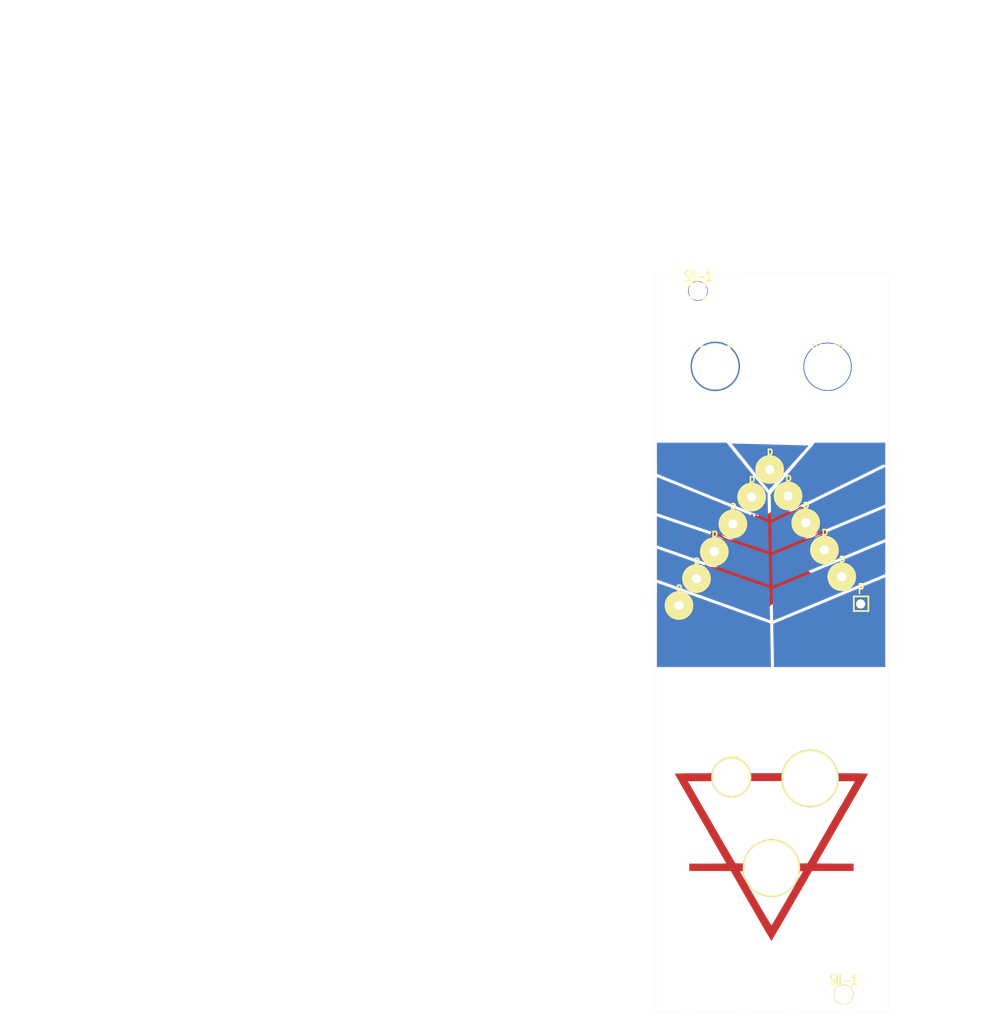
<source format=kicad_pcb>
(kicad_pcb (version 20171130) (host pcbnew "(6.0.0-rc1-dev-209-g91e3d21d6)")
  (title_block (date "15 jun 2016"))
  (layers (0 Front signal) (31 Back signal) (34 B.Paste user hide) (35 F.Paste user hide) (36 B.SilkS user hide) (37 F.SilkS user hide) (38 B.Mask user) (39 F.Mask user) (44 Edge.Cuts user))
  (net 0 "")
  (module SIL-1 (layer Front) (at 152.02 57.53)
    (fp_text reference POWER (at 0 -2.54) (layer F.SilkS) (effects (font (size 1.72974 1.08712) (thickness 0.27178))))
    (fp_text value Val** hide)
    (pad "" np_thru_hole circle (at 0 0.34) (size 8.4 8.4) (drill 8.1) (layers *.Cu *.Mask))
  )
  (module panel_jack (layer Front) (at 157.86 99.13)
    (fp_text reference P (at 0 -2.54) (layer F.SilkS) (effects (font (size 1.72974 1.08712) (thickness 0.27178))))
    (fp_text value Val** hide)
    (pad 1 thru_hole circle (at -0.07874 0.05334) (size 5 5) (drill 1.6) (layers *.Cu))
  )
  (module panel_jack (layer Front) (at 154.57 94.39)
    (fp_text reference P (at 0 -2.54) (layer F.SilkS) (effects (font (size 1.72974 1.08712) (thickness 0.27178))))
    (fp_text value Val** hide)
    (pad 1 thru_hole circle (at -0.07874 0.05334) (size 5 5) (drill 1.6) (layers *.Cu F.SilkS))
  )
  (module panel_jack (layer Front) (at 142.01 75.71)
    (fp_text reference P (at 0 -2.54) (layer F.SilkS) (effects (font (size 1.72974 1.08712) (thickness 0.27178))))
    (fp_text value Val** hide)
    (pad 1 thru_hole circle (at -0.07874 0.05334) (size 5 5) (drill 1.6) (layers *.Cu F.SilkS))
  )
  (module panel_jack (layer Front) (at 129.27 94.7)
    (fp_text reference P (at 0 -2.54) (layer F.SilkS) (effects (font (size 1.72974 1.08712) (thickness 0.27178))))
    (fp_text value Val** hide)
    (pad 1 thru_hole circle (at -0.07874 0.05334) (size 5 5) (drill 1.6) (layers *.Cu F.SilkS))
  )
  (module panel_jack (layer Front) (at 138.87 80.5)
    (fp_text reference P (at 0 -2.54) (layer F.SilkS) (effects (font (size 1.72974 1.08712) (thickness 0.27178))))
    (fp_text value Val** hide)
    (pad 1 thru_hole circle (at -0.07874 0.05334) (size 5 5) (drill 1.6) (layers *.Cu F.SilkS))
  )
  (module panel_jack (layer Front) (at 145.22 80.31)
    (fp_text reference P (at 0 -2.54) (layer F.SilkS) (effects (font (size 1.72974 1.08712) (thickness 0.27178))))
    (fp_text value Val** hide)
    (pad 1 thru_hole circle (at -0.07874 0.05334) (size 5 5) (drill 1.6) (layers *.Cu F.SilkS))
  )
  (module panel_jack (layer Front) (at 135.61 85.19)
    (fp_text reference P (at 0 -2.54) (layer F.SilkS) (effects (font (size 1.72974 1.08712) (thickness 0.27178))))
    (fp_text value Val** hide)
    (pad 1 thru_hole circle (at -0.07874 0.05334) (size 5 5) (drill 1.6) (layers *.Cu F.SilkS))
  )
  (module panel_jack (layer Front) (at 148.29 85)
    (fp_text reference P (at 0 -2.54) (layer F.SilkS) (effects (font (size 1.72974 1.08712) (thickness 0.27178))))
    (fp_text value Val** hide)
    (pad 1 thru_hole circle (at -0.07874 0.05334) (size 5 5) (drill 1.6) (layers *.Cu F.SilkS))
  )
  (module panel_jack (layer Front) (at 126.22 99.39)
    (fp_text reference P (at 0 -2.54) (layer F.SilkS) (effects (font (size 1.72974 1.08712) (thickness 0.27178))))
    (fp_text value Val** hide)
    (pad 1 thru_hole circle (at -0.07874 0.05334) (size 5 5) (drill 1.6) (layers *.Cu F.SilkS))
  )
  (module panel_jack (layer Front) (at 151.55 89.71)
    (fp_text reference P (at 0 -2.54) (layer F.SilkS) (effects (font (size 1.72974 1.08712) (thickness 0.27178))))
    (fp_text value Val** hide)
    (pad 1 thru_hole circle (at -0.07874 0.05334) (size 5 5) (drill 1.6) (layers *.Cu F.SilkS))
  )
  (module SIL-1 (layer Front) (at 148.97 129.54)
    (fp_text reference POT (at 0 -2.54) (layer F.SilkS) (effects (font (size 1.72974 1.08712) (thickness 0.27178))))
    (fp_text value Val** hide)
    (pad 1 thru_hole circle (at 0 0.0127) (size 10 10) (drill 9.40054) (layers *.Cu *.Mask F.SilkS))
  )
  (module panel_jack (layer Front) (at 132.37 90.01)
    (fp_text reference P (at 0 -2.54) (layer F.SilkS) (effects (font (size 1.72974 1.08712) (thickness 0.27178))))
    (fp_text value Val** hide)
    (pad 1 thru_hole circle (at -0.07874 0.05334) (size 5 5) (drill 1.6) (layers *.Cu F.SilkS))
  )
  (module SIL-1 (layer Front) (at 132.46 57.79)
    (fp_text reference POWER (at 0 -2.54) (layer F.SilkS) (effects (font (size 1.72974 1.08712) (thickness 0.27178))))
    (fp_text value Val** hide)
    (pad "" np_thru_hole circle (at 0 0.0127) (size 8.6 8.6) (drill 8.1) (layers *.Cu *.Mask))
  )
  (module SIL-1 (layer Front) (at 154.8 167.1828)
    (fp_text reference SIL-1 (at 0 -2.54) (layer F.SilkS) (effects (font (size 1.72974 1.08712) (thickness 0.27178))))
    (fp_text value Val** hide)
    (pad 1 thru_hole circle (at 0 0) (size 3.4 3.4) (drill 3.2004) (layers *.Cu *.Mask F.SilkS))
  )
  (module SIL-1 (layer Front) (at 129.4257 44.6659)
    (fp_text reference SIL-1 (at 0 -2.54) (layer F.SilkS) (effects (font (size 1.72974 1.08712) (thickness 0.27178))))
    (fp_text value Val** hide)
    (pad 1 thru_hole circle (at 0 0) (size 3.4 3.4) (drill 3.2004) (layers *.Cu *.Mask))
  )
  (module SIL-1 (layer Front) (at 142.24 145.16)
    (fp_text reference POT (at 0 -2.54) (layer F.SilkS) (effects (font (size 1.72974 1.08712) (thickness 0.27178))))
    (fp_text value Val** hide)
    (pad 1 thru_hole circle (at 0 0.0127) (size 10 10) (drill 9.40054) (layers *.Cu *.Mask F.SilkS))
  )
  (module panel_jack (layer Front) (at 135.33 129.29)
    (fp_text reference CV (at 0 -2.54) (layer F.SilkS) (effects (font (size 1.72974 1.08712) (thickness 0.27178))))
    (fp_text value Val** hide)
    (pad 1 thru_hole circle (at -0.07874 0.05334) (size 7 7) (drill 6.4) (layers *.Cu *.Mask F.SilkS))
  )
  (module ERD_MODULES:erdsymbol (layer Front) (at 93.57 59.73)
    (fp_text reference G*** hide)
    (fp_text value LOGO hide)
  )
  (module ERD_MODULES:ouroboros_diagram_mask (layer Front) (at 141.64 89.62)
    (fp_text reference G*** hide)
    (fp_text value LOGO hide)
  )
  (module ERD_MODULES:ouroboros_diagram_midgold (layer Front) (at 141.18 91.66)
    (fp_text reference G*** hide)
    (fp_text value LOGO hide)
    (fp_poly (pts (xy 6.10576 -9.442111) (xy 6.189423 -9.424325) (xy 6.295325 -9.398863) (xy 6.410245 -9.369146) (xy 6.520962 -9.338598) (xy 6.614255 -9.310639) (xy 6.676903 -9.288691) (xy 6.678045 -9.288214) (xy 6.761473 -9.253136) (xy 6.587486 -9.235445) (xy 6.247696 -9.17578) (xy 5.9187 -9.06864) (xy 5.605819 -8.917051) (xy 5.314377 -8.724043) (xy 5.049692 -8.492643) (xy 4.819913 -8.2296) (xy 4.718248 -8.078785) (xy 4.615063 -7.895794) (xy 4.519007 -7.698223) (xy 4.438729 -7.503669) (xy 4.389215 -7.3533) (xy 4.370849 -7.283316) (xy 4.356914 -7.216715) (xy 4.346814 -7.145044) (xy 4.339952 -7.059849) (xy 4.335733 -6.952677) (xy 4.333562 -6.815075) (xy 4.332842 -6.638589) (xy 4.332828 -6.5532) (xy 4.333156 -6.36214) (xy 4.334406 -6.21334) (xy 4.337292 -6.098259) (xy 4.342529 -6.008359) (xy 4.35083 -5.935101) (xy 4.362911 -5.869943) (xy 4.379486 -5.804347) (xy 4.401269 -5.729772) (xy 4.401892 -5.7277) (xy 4.53098 -5.383276) (xy 4.701247 -5.066867) (xy 4.909922 -4.781012) (xy 5.154234 -4.52825) (xy 5.431414 -4.311118) (xy 5.73869 -4.132156) (xy 6.073292 -3.993902) (xy 6.3881 -3.907937) (xy 6.502448 -3.891355) (xy 6.654872 -3.880205) (xy 6.83295 -3.874366) (xy 7.02426 -3.873722) (xy 7.216383 -3.878153) (xy 7.396896 -3.887542) (xy 7.553379 -3.901769) (xy 7.6708 -3.920154) (xy 8.006437 -4.016997) (xy 8.32359 -4.158197) (xy 8.617889 -4.339928) (xy 8.884971 -4.558362) (xy 9.120468 -4.809672) (xy 9.320014 -5.09003) (xy 9.479243 -5.39561) (xy 9.544448 -5.5626) (xy 9.604028 -5.752014) (xy 9.645578 -5.931764) (xy 9.671676 -6.118328) (xy 9.6849 -6.328179) (xy 9.687773 -6.478372) (xy 9.6901 -6.823177) (xy 9.8044 -6.696656) (xy 9.928156 -6.554262) (xy 10.023388 -6.430675) (xy 10.100228 -6.311743) (xy 10.161727 -6.1976) (xy 10.215133 -6.098371) (xy 10.272754 -6.003054) (xy 10.317379 -5.93871) (xy 10.363643 -5.869606) (xy 10.418932 -5.772819) (xy 10.47245 -5.667438) (xy 10.480351 -5.650571) (xy 10.535573 -5.537386) (xy 10.612412 -5.389107) (xy 10.706288 -5.214167) (xy 10.812625 -5.020997) (xy 10.926845 -4.818032) (xy 11.026906 -4.643769) (xy 11.073503 -4.562233) (xy 11.108155 -4.499378) (xy 11.124632 -4.466562) (xy 11.125199 -4.464541) (xy 11.102475 -4.466441) (xy 11.041357 -4.479445) (xy 10.952432 -4.501173) (xy 10.89025 -4.517376) (xy 10.804882 -4.538984) (xy 10.727614 -4.554992) (xy 10.64846 -4.566226) (xy 10.557434 -4.573513) (xy 10.444549 -4.577682) (xy 10.299817 -4.579559) (xy 10.1346 -4.579972) (xy 9.954237 -4.579555) (xy 9.814535 -4.577667) (xy 9.705355 -4.573426) (xy 9.61656 -4.565953) (xy 9.538015 -4.554367) (xy 9.459582 -4.537787) (xy 9.371123 -4.515332) (xy 9.361713 -4.51283) (xy 9.100779 -4.427394) (xy 8.843361 -4.313608) (xy 8.606993 -4.179919) (xy 8.467633 -4.082257) (xy 8.353601 -4.002097) (xy 8.253874 -3.947317) (xy 8.191281 -3.925935) (xy 8.083156 -3.881782) (xy 7.988691 -3.799115) (xy 7.919982 -3.690197) (xy 7.899068 -3.629734) (xy 7.872327 -3.542513) (xy 7.837029 -3.479196) (xy 7.780339 -3.421593) (xy 7.717265 -3.372095) (xy 7.668739 -3.333077) (xy 7.639804 -3.296064) (xy 7.624118 -3.245759) (xy 7.61534 -3.166867) (xy 7.611962 -3.118095) (xy 7.598588 -3.0073) (xy 7.573422 -2.87212) (xy 7.541093 -2.736243) (xy 7.528794 -2.6924) (xy 7.505436 -2.611003) (xy 7.487844 -2.540643) (xy 7.475203 -2.472147) (xy 7.466697 -2.396342) (xy 7.461512 -2.304054) (xy 7.458832 -2.18611) (xy 7.457844 -2.033335) (xy 7.457722 -1.8923) (xy 7.458243 -1.702111) (xy 7.460208 -1.553849) (xy 7.464254 -1.43865) (xy 7.471021 -1.347648) (xy 7.481144 -1.271976) (xy 7.495263 -1.20277) (xy 7.511952 -1.138544) (xy 7.629304 -0.799965) (xy 7.786303 -0.479796) (xy 7.977453 -0.188747) (xy 8.040061 -0.10941) (xy 8.106859 -0.028319) (xy 8.017958 -0.052866) (xy 7.894078 -0.064507) (xy 7.770775 -0.037491) (xy 7.666263 0.023267) (xy 7.63959 0.049226) (xy 7.593026 0.113884) (xy 7.575511 0.182863) (xy 7.575241 0.240561) (xy 7.572311 0.321653) (xy 7.547799 0.381241) (xy 7.500042 0.437615) (xy 7.449279 0.501883) (xy 7.394745 0.588705) (xy 7.344616 0.682618) (xy 7.307069 0.76816) (xy 7.290278 0.829867) (xy 7.290048 0.834762) (xy 7.301418 0.875296) (xy 7.330885 0.942181) (xy 7.356638 0.992228) (xy 7.423476 1.115032) (xy 7.356638 1.194465) (xy 7.313659 1.257637) (xy 7.290892 1.314683) (xy 7.2898 1.32522) (xy 7.303605 1.383629) (xy 7.340468 1.470907) (xy 7.393554 1.574845) (xy 7.45603 1.683233) (xy 7.521065 1.783866) (xy 7.581825 1.864532) (xy 7.607186 1.8923) (xy 7.767673 2.016676) (xy 7.957614 2.102911) (xy 8.078061 2.133763) (xy 8.291792 2.196251) (xy 8.472407 2.2957) (xy 8.618062 2.430758) (xy 8.726912 2.600073) (xy 8.733489 2.614003) (xy 8.780096 2.757861) (xy 8.806719 2.937512) (xy 8.812775 3.141802) (xy 8.797684 3.359577) (xy 8.778989 3.487804) (xy 8.75638 3.634578) (xy 8.734671 3.806975) (xy 8.715366 3.989535) (xy 8.69997 4.1668) (xy 8.689989 4.323313) (xy 8.68688 4.433645) (xy 8.679287 4.522847) (xy 8.659314 4.635502) (xy 8.631555 4.746228) (xy 8.603264 4.849301) (xy 8.590857 4.922499) (xy 8.592808 4.983666) (xy 8.60602 5.044839) (xy 8.668188 5.221825) (xy 8.759512 5.384907) (xy 8.878834 5.538972) (xy 8.952583 5.62773) (xy 8.997515 5.697949) (xy 9.012027 5.759089) (xy 8.994518 5.820611) (xy 8.943385 5.891975) (xy 8.857025 5.982641) (xy 8.793134 6.044933) (xy 8.654106 6.189481) (xy 8.536688 6.33199) (xy 8.461617 6.442593) (xy 8.397343 6.540009) (xy 8.318442 6.636836) (xy 8.216102 6.742901) (xy 8.081512 6.86803) (xy 8.074415 6.874393) (xy 7.919562 7.010415) (xy 7.790358 7.116769) (xy 7.676944 7.200121) (xy 7.569465 7.267135) (xy 7.458062 7.324477) (xy 7.332879 7.378811) (xy 7.321739 7.383322) (xy 7.243825 7.416967) (xy 7.128222 7.469888) (xy 6.982574 7.53844) (xy 6.814527 7.618977) (xy 6.631724 7.707852) (xy 6.44181 7.801418) (xy 6.364178 7.840034) (xy 6.166024 7.938229) (xy 5.965156 8.036573) (xy 5.770666 8.130699) (xy 5.591645 8.216243) (xy 5.437184 8.28884) (xy 5.316376 8.344124) (xy 5.289374 8.356102) (xy 5.148634 8.420379) (xy 5.006152 8.489711) (xy 4.877503 8.556261) (xy 4.778262 8.612195) (xy 4.768674 8.618066) (xy 4.621491 8.702359) (xy 4.486079 8.761825) (xy 4.344539 8.802267) (xy 4.17897 8.829482) (xy 4.084895 8.839629) (xy 3.888228 8.867352) (xy 3.717021 8.912737) (xy 3.639357 8.941402) (xy 3.532154 8.981433) (xy 3.458176 9.000836) (xy 3.405421 9.002115) (xy 3.379823 8.99554) (xy 3.309644 8.978485) (xy 3.225083 8.968429) (xy 3.21623 8.968004) (xy 3.129864 8.955408) (xy 3.051684 8.929873) (xy 3.046042 8.927087) (xy 2.968597 8.899646) (xy 2.900236 8.89) (xy 2.844623 8.879309) (xy 2.796724 8.839933) (xy 2.759275 8.788944) (xy 2.719767 8.724864) (xy 2.695761 8.677484) (xy 2.6924 8.665369) (xy 2.715227 8.612458) (xy 2.780421 8.545311) (xy 2.883054 8.468231) (xy 3.003723 8.393713) (xy 3.155731 8.30187) (xy 3.268704 8.218338) (xy 3.350817 8.132672) (xy 3.410247 8.034424) (xy 3.45517 7.913151) (xy 3.490939 7.771248) (xy 3.510525 7.670899) (xy 3.52004 7.581802) (xy 3.520088 7.485666) (xy 3.511269 7.364202) (xy 3.506076 7.31112) (xy 3.496227 7.195938) (xy 3.491181 7.096751) (xy 3.491385 7.026208) (xy 3.495061 7.000183) (xy 3.536268 6.950511) (xy 3.620527 6.908571) (xy 3.75094 6.873031) (xy 3.8227 6.859257) (xy 3.956836 6.834397) (xy 4.05326 6.809999) (xy 4.124521 6.779147) (xy 4.183168 6.734924) (xy 4.24175 6.670411) (xy 4.299263 6.596568) (xy 4.383519 6.483425) (xy 4.441005 6.397308) (xy 4.476886 6.325736) (xy 4.496325 6.256227) (xy 4.504487 6.176302) (xy 4.506371 6.096) (xy 4.504612 5.98889) (xy 4.493918 5.911987) (xy 4.469618 5.844874) (xy 4.433737 5.7785) (xy 4.368617 5.681659) (xy 4.285267 5.577849) (xy 4.194918 5.479262) (xy 4.108799 5.398093) (xy 4.038138 5.346537) (xy 4.033857 5.344247) (xy 3.927477 5.311272) (xy 3.830167 5.323933) (xy 3.796601 5.341317) (xy 3.738082 5.362273) (xy 3.660459 5.370677) (xy 3.649454 5.370484) (xy 3.575117 5.358654) (xy 3.526699 5.321696) (xy 3.50704 5.293317) (xy 3.446294 5.211016) (xy 3.375452 5.155191) (xy 3.278315 5.115021) (xy 3.2131 5.096993) (xy 3.073302 5.063447) (xy 2.972407 5.043969) (xy 2.900549 5.038409) (xy 2.847861 5.046619) (xy 2.804475 5.068451) (xy 2.775964 5.0904) (xy 2.681794 5.155884) (xy 2.581539 5.192544) (xy 2.456586 5.206392) (xy 2.414891 5.207) (xy 2.247574 5.212256) (xy 2.121431 5.229314) (xy 2.027804 5.260105) (xy 1.958035 5.306562) (xy 1.954616 5.309705) (xy 1.905265 5.368879) (xy 1.882558 5.435176) (xy 1.887213 5.516726) (xy 1.919953 5.621654) (xy 1.981495 5.758089) (xy 1.997107 5.789443) (xy 2.033524 5.859773) (xy 2.061818 5.915106) (xy 2.081766 5.962648) (xy 2.093146 6.009606) (xy 2.095735 6.063185) (xy 2.089309 6.130593) (xy 2.073647 6.219036) (xy 2.048524 6.33572) (xy 2.013719 6.487852) (xy 1.969564 6.6802) (xy 1.938268 6.824958) (xy 1.911712 6.96171) (xy 1.891983 7.078594) (xy 1.881173 7.163747) (xy 1.879764 7.190122) (xy 1.871567 7.272643) (xy 1.84261 7.336285) (xy 1.785939 7.386594) (xy 1.694605 7.429116) (xy 1.561657 7.469397) (xy 1.514768 7.481342) (xy 1.392267 7.514184) (xy 1.272161 7.550608) (xy 1.173992 7.584541) (xy 1.144349 7.596441) (xy 1.061089 7.642587) (xy 0.977431 7.705662) (xy 0.904811 7.774894) (xy 0.854665 7.839515) (xy 0.8382 7.884782) (xy 0.826964 7.922016) (xy 0.796836 7.991872) (xy 0.753185 8.082341) (xy 0.727235 8.132954) (xy 0.647041 8.307803) (xy 0.598181 8.470367) (xy 0.586034 8.534995) (xy 0.556783 8.714791) (xy 0.531837 8.85158) (xy 0.508106 8.952612) (xy 0.482494 9.025138) (xy 0.451912 9.076409) (xy 0.413264 9.113675) (xy 0.36346 9.144188) (xy 0.316357 9.167269) (xy 0.22517 9.20084) (xy 0.104192 9.232401) (xy -0.034896 9.260322) (xy -0.180414 9.282971) (xy -0.320683 9.298717) (xy -0.444024 9.305929) (xy -0.538756 9.302977) (xy -0.5842 9.29303) (xy -0.642795 9.28088) (xy -0.730913 9.276194) (xy -0.812655 9.27898) (xy -0.928959 9.28351) (xy -1.004024 9.272556) (xy -1.046294 9.241237) (xy -1.064213 9.184672) (xy -1.0668 9.132059) (xy -1.073467 9.030548) (xy -1.09841 8.946418) (xy -1.149044 8.862142) (xy -1.215932 8.779476) (xy -1.30214 8.654238) (xy -1.33929 8.535074) (xy -1.326963 8.423462) (xy -1.32148 8.409039) (xy -1.30081 8.372432) (xy -1.266625 8.341892) (xy -1.209044 8.311732) (xy -1.118187 8.276262) (xy -1.048035 8.251595) (xy -0.76721 8.129466) (xy -0.498724 7.960467) (xy -0.240421 7.743158) (xy -0.146227 7.649421) (xy 0.099322 7.361085) (xy 0.311654 7.03939) (xy 0.49294 6.680775) (xy 0.590486 6.4389) (xy 0.64974 6.27875) (xy 0.693992 6.15746) (xy 0.725068 6.065958) (xy 0.744793 5.995171) (xy 0.754995 5.936029) (xy 0.757501 5.879458) (xy 0.754135 5.816388) (xy 0.746725 5.737746) (xy 0.74183 5.687159) (xy 0.723845 5.533479) (xy 0.699617 5.416741) (xy 0.663916 5.323096) (xy 0.611518 5.238697) (xy 0.540221 5.153038) (xy 0.446379 5.062949) (xy 0.350117 5.005107) (xy 0.233852 4.971084) (xy 0.131069 4.956918) (xy 0.039548 4.945899) (xy -0.017765 4.930152) (xy -0.057347 4.901547) (xy -0.095677 4.851951) (xy -0.102817 4.841491) (xy -0.179879 4.751269) (xy -0.272103 4.69411) (xy -0.393268 4.66273) (xy -0.454537 4.655623) (xy -0.538521 4.650638) (xy -0.591718 4.658255) (xy -0.633708 4.684451) (xy -0.671503 4.721865) (xy -0.723462 4.769398) (xy -0.775747 4.792842) (xy -0.849976 4.800279) (xy -0.882074 4.8006) (xy -0.950118 4.802191) (xy -0.999567 4.811959) (xy -1.044047 4.837394) (xy -1.09718 4.885984) (xy -1.163072 4.955078) (xy -1.259441 5.046522) (xy -1.372971 5.138068) (xy -1.479168 5.209973) (xy -1.47967 5.210268) (xy -1.596498 5.281742) (xy -1.67437 5.339231) (xy -1.719879 5.391244) (xy -1.739618 5.446289) (xy -1.74018 5.512876) (xy -1.736845 5.542163) (xy -1.72974 5.612741) (xy -1.737057 5.660218) (xy -1.766589 5.70325) (xy -1.826123 5.760491) (xy -1.829193 5.763298) (xy -1.899244 5.837173) (xy -1.924077 5.889588) (xy -1.922156 5.903049) (xy -1.885915 5.935047) (xy -1.822857 5.941995) (xy -1.749948 5.924601) (xy -1.695909 5.893617) (xy -1.632367 5.843635) (xy -1.549135 6.024208) (xy -1.48484 6.194699) (xy -1.454997 6.35895) (xy -1.453749 6.374662) (xy -1.450578 6.462237) (xy -1.457523 6.538463) (xy -1.478434 6.614812) (xy -1.517163 6.702755) (xy -1.577558 6.813765) (xy -1.632692 6.907819) (xy -1.677141 6.978748) (xy -1.71692 7.024854) (xy -1.766873 7.056932) (xy -1.841843 7.085778) (xy -1.905367 7.106138) (xy -2.032331 7.140426) (xy -2.177076 7.171406) (xy -2.2987 7.191016) (xy -2.515051 7.221819) (xy -2.691712 7.25726) (xy -2.839792 7.301409) (xy -2.970397 7.358338) (xy -3.094636 7.432118) (xy -3.223616 7.526822) (xy -3.231201 7.532824) (xy -3.36694 7.671236) (xy -3.47009 7.839983) (xy -3.532892 8.025235) (xy -3.543721 8.0899) (xy -3.559452 8.209447) (xy -3.573508 8.287148) (xy -3.58885 8.331744) (xy -3.608435 8.351979) (xy -3.633979 8.3566) (xy -3.676788 8.347894) (xy -3.754801 8.324343) (xy -3.855986 8.289794) (xy -3.943111 8.257741) (xy -4.075394 8.209126) (xy -4.214656 8.160501) (xy -4.339501 8.119241) (xy -4.392876 8.102769) (xy -4.504318 8.063393) (xy -4.639649 8.005934) (xy -4.787682 7.936176) (xy -4.924103 7.866596) (xy -4.409267 7.866596) (xy -4.405816 7.875755) (xy -4.37434 7.896329) (xy -4.33614 7.896031) (xy -4.318 7.875499) (xy -4.338079 7.840085) (xy -4.379552 7.83038) (xy -4.394615 7.836156) (xy -4.409267 7.866596) (xy -4.924103 7.866596) (xy -4.93723 7.859901) (xy -5.077104 7.782891) (xy -5.196118 7.710931) (xy -5.283084 7.649802) (xy -5.304285 7.63166) (xy -5.377637 7.56881) (xy -5.469968 7.496843) (xy -5.5372 7.448252) (xy -5.647423 7.355919) (xy -5.752815 7.231975) (xy -5.810522 7.149234) (xy -5.922973 6.971009) (xy -6.004521 6.824025) (xy -6.054089 6.710419) (xy -6.0706 6.632994) (xy -6.088599 6.554538) (xy -6.134642 6.463451) (xy -6.196799 6.378449) (xy -6.263141 6.31825) (xy -6.27597 6.310778) (xy -6.324478 6.290445) (xy -6.382962 6.277043) (xy -6.459613 6.270217) (xy -6.562621 6.269613) (xy -6.700177 6.274876) (xy -6.8707 6.285012) (xy -7.004348 6.292822) (xy -7.100535 6.295142) (xy -7.172405 6.29096) (xy -7.233099 6.279264) (xy -7.29576 6.259042) (xy -7.318587 6.250523) (xy -7.482726 6.171658) (xy -7.659079 6.058734) (xy -7.83648 5.921401) (xy -8.003768 5.769306) (xy -8.14978 5.612097) (xy -8.263352 5.459421) (xy -8.294211 5.40731) (xy -8.380101 5.270532) (xy -8.475626 5.164143) (xy -8.536516 5.112675) (xy -8.617994 5.041445) (xy -8.689593 4.965424) (xy -8.731529 4.907762) (xy -8.787541 4.824951) (xy -8.854455 4.746871) (xy -8.862763 4.738697) (xy -8.911632 4.682683) (xy -8.938812 4.633476) (xy -8.9408 4.622182) (xy -8.954905 4.58101) (xy -8.991767 4.514417) (xy -9.039989 4.441754) (xy -9.097462 4.351195) (xy -9.144975 4.258142) (xy -9.167679 4.197392) (xy -9.19099 4.128384) (xy -9.215215 4.082433) (xy -9.222457 4.075305) (xy -9.262301 4.024078) (xy -9.279346 3.944898) (xy -9.269479 3.857053) (xy -9.269222 3.856165) (xy -9.257609 3.79826) (xy -9.244193 3.702914) (xy -9.230637 3.583368) (xy -9.218617 3.45303) (xy -9.207293 3.210078) (xy -9.210788 2.958968) (xy -9.228088 2.714363) (xy -9.258182 2.490927) (xy -9.297286 2.313108) (xy -9.410341 1.997987) (xy -9.567727 1.695889) (xy -9.763737 1.414726) (xy -9.992666 1.162409) (xy -10.248807 0.946848) (xy -10.317375 0.898992) (xy -10.403095 0.840168) (xy -10.472558 0.789905) (xy -10.514798 0.756242) (xy -10.521562 0.7493) (xy -10.536895 0.707114) (xy -10.539587 0.655225) (xy -10.530001 0.616716) (xy -10.519367 0.6096) (xy -10.489339 0.622693) (xy -10.428818 0.657466) (xy -10.349401 0.707152) (xy -10.326187 0.722271) (xy -10.041909 0.878894) (xy -9.726677 0.99609) (xy -9.381998 1.073509) (xy -9.00938 1.110799) (xy -8.6614 1.110224) (xy -8.317318 1.079695) (xy -8.008036 1.019575) (xy -7.725597 0.927701) (xy -7.462043 0.80191) (xy -7.4041 0.768454) (xy -7.236934 0.659994) (xy -7.078587 0.540838) (xy -6.937649 0.418604) (xy -6.822709 0.300912) (xy -6.742358 0.195382) (xy -6.726277 0.167224) (xy -6.672913 0.084127) (xy -6.605022 0.002726) (xy -6.588586 -0.013616) (xy -6.530152 -0.085367) (xy -6.462984 -0.194544) (xy -6.392586 -0.329807) (xy -6.324467 -0.479818) (xy -6.264131 -0.63324) (xy -6.217177 -0.778404) (xy -6.199236 -0.846602) (xy -6.185576 -0.912022) (xy -6.175628 -0.982929) (xy -6.168823 -1.067589) (xy -6.164595 -1.174267) (xy -6.162375 -1.311229) (xy -6.161594 -1.48674) (xy -6.161564 -1.5875) (xy -6.161853 -1.780217) (xy -6.162984 -1.930486) (xy -6.165662 -2.046659) (xy -6.17059 -2.137086) (xy -6.178472 -2.210121) (xy -6.190012 -2.274113) (xy -6.205913 -2.337417) (xy -6.22688 -2.408382) (xy -6.232195 -2.4257) (xy -6.348691 -2.742528) (xy -6.494875 -3.025606) (xy -6.677397 -3.286463) (xy -6.829549 -3.461169) (xy -7.052009 -3.673863) (xy -7.287248 -3.849306) (xy -7.552895 -4.00047) (xy -7.5819 -4.014794) (xy -7.743422 -4.08919) (xy -7.892672 -4.146728) (xy -8.040703 -4.189715) (xy -8.198568 -4.220455) (xy -8.377321 -4.241254) (xy -8.588014 -4.254419) (xy -8.758814 -4.260283) (xy -8.928162 -4.265049) (xy -9.053161 -4.269609) (xy -9.140251 -4.274768) (xy -9.195872 -4.28133) (xy -9.226467 -4.2901) (xy -9.238474 -4.301884) (xy -9.238335 -4.317486) (xy -9.237686 -4.320122) (xy -9.245268 -4.37597) (xy -9.301164 -4.416407) (xy -9.405258 -4.441358) (xy -9.433196 -4.44462) (xy -9.51009 -4.454729) (xy -9.550014 -4.470666) (xy -9.566723 -4.501047) (xy -9.571493 -4.531237) (xy -9.560183 -4.646287) (xy -9.502737 -4.778412) (xy -9.400132 -4.925688) (xy -9.329751 -5.00708) (xy -9.218421 -5.137467) (xy -9.145551 -5.246145) (xy -9.107626 -5.340022) (xy -9.101134 -5.426005) (xy -9.104522 -5.449888) (xy -9.097993 -5.53149) (xy -9.055994 -5.638276) (xy -8.98246 -5.763367) (xy -8.881325 -5.899885) (xy -8.781837 -6.014156) (xy -8.639363 -6.195775) (xy -8.546227 -6.362854) (xy -8.500238 -6.454224) (xy -8.454983 -6.528226) (xy -8.4188 -6.571565) (xy -8.412687 -6.575771) (xy -8.393899 -6.583269) (xy -8.380254 -6.577734) (xy -8.370457 -6.552116) (xy -8.363213 -6.499361) (xy -8.357225 -6.412418) (xy -8.3512 -6.284233) (xy -8.348835 -6.228157) (xy -8.323648 -5.910174) (xy -8.274635 -5.626884) (xy -8.19921 -5.366833) (xy -8.101573 -5.13262) (xy -7.925677 -4.823184) (xy -7.710284 -4.543476) (xy -7.459094 -4.296489) (xy -7.175807 -4.08522) (xy -6.864125 -3.912663) (xy -6.527748 -3.781813) (xy -6.381428 -3.740377) (xy -6.307628 -3.724659) (xy -6.222069 -3.712971) (xy -6.116466 -3.704805) (xy -5.982537 -3.699652) (xy -5.811997 -3.697005) (xy -5.6642 -3.696367) (xy -5.47601 -3.696666) (xy -5.329097 -3.698549) (xy -5.213945 -3.702714) (xy -5.121038 -3.709863) (xy -5.040862 -3.720696) (xy -4.9639 -3.735912) (xy -4.892625 -3.75314) (xy -4.556641 -3.864133) (xy -4.243001 -4.020431) (xy -3.950791 -4.222562) (xy -3.719091 -4.430291) (xy -3.478673 -4.703663) (xy -3.284021 -4.998007) (xy -3.13339 -5.316316) (xy -3.044013 -5.588) (xy -3.024364 -5.664509) (xy -3.009622 -5.735922) (xy -2.999098 -5.811358) (xy -2.992101 -5.899937) (xy -2.987941 -6.010777) (xy -2.985926 -6.152998) (xy -2.985368 -6.33572) (xy -2.985366 -6.3627) (xy -2.986537 -6.579015) (xy -2.991048 -6.754813) (xy -3.000508 -6.900347) (xy -3.016526 -7.025872) (xy -3.040711 -7.14164) (xy -3.074671 -7.257905) (xy -3.120016 -7.384922) (xy -3.162978 -7.494693) (xy -3.250762 -7.714104) (xy -3.219231 -7.952802) (xy -3.203063 -8.065583) (xy -3.188496 -8.137246) (xy -3.172352 -8.177249) (xy -3.151449 -8.195047) (xy -3.136492 -8.198838) (xy -3.090902 -8.187485) (xy -3.057621 -8.132884) (xy -3.057199 -8.131771) (xy -3.026544 -8.07888) (xy -2.974667 -8.050559) (xy -2.927601 -8.040216) (xy -2.826088 -8.023065) (xy -2.812949 -7.859386) (xy -2.793809 -7.731817) (xy -2.759938 -7.652438) (xy -2.71008 -7.620457) (xy -2.642976 -7.63508) (xy -2.557367 -7.695517) (xy -2.555369 -7.697265) (xy -2.509898 -7.741213) (xy -2.478677 -7.786298) (xy -2.457019 -7.845034) (xy -2.440238 -7.929935) (xy -2.424471 -8.04683) (xy -2.407854 -8.18156) (xy -2.2225 -8.1661) (xy -2.167183 -7.916144) (xy -2.137797 -7.784905) (xy -2.11585 -7.695336) (xy -2.097935 -7.639481) (xy -2.080643 -7.60938) (xy -2.060563 -7.597077) (xy -2.034289 -7.594613) (xy -2.029446 -7.5946) (xy -1.932175 -7.618571) (xy -1.841839 -7.684767) (xy -1.765379 -7.784611) (xy -1.709736 -7.90953) (xy -1.685106 -8.019969) (xy -1.663049 -8.135952) (xy -1.632593 -8.204733) (xy -1.592295 -8.229433) (xy -1.588106 -8.229601) (xy -1.550516 -8.2173) (xy -1.526974 -8.175189) (xy -1.514586 -8.095451) (xy -1.511195 -8.02197) (xy -1.496917 -7.900661) (xy -1.458916 -7.821596) (xy -1.394176 -7.780631) (xy -1.329564 -7.7724) (xy -1.234587 -7.796253) (xy -1.156596 -7.86656) (xy -1.096923 -7.981448) (xy -1.056905 -8.139042) (xy -1.053605 -8.159944) (xy -1.019638 -8.264962) (xy -0.958022 -8.34789) (xy -0.878857 -8.397811) (xy -0.824621 -8.4074) (xy -0.759232 -8.385953) (xy -0.684347 -8.329049) (xy -0.610668 -8.247842) (xy -0.548896 -8.153486) (xy -0.52002 -8.0899) (xy -0.493495 -8.01799) (xy -0.475087 -7.969285) (xy -0.470062 -7.956985) (xy -0.442436 -7.955175) (xy -0.386101 -7.97406) (xy -0.3153 -8.007211) (xy -0.244275 -8.048199) (xy -0.202485 -8.077767) (xy -0.146135 -8.125402) (xy -0.11599 -8.166503) (xy -0.103872 -8.219866) (xy -0.101602 -8.304287) (xy -0.1016 -8.309605) (xy -0.096496 -8.428714) (xy -0.078255 -8.504574) (xy -0.042483 -8.543979) (xy 0.015213 -8.55372) (xy 0.053617 -8.549596) (xy 0.212846 -8.509037) (xy 0.336205 -8.441411) (xy 0.432729 -8.342659) (xy 0.508242 -8.261723) (xy 0.581349 -8.229811) (xy 0.659508 -8.246153) (xy 0.750081 -8.309894) (xy 0.810266 -8.368945) (xy 0.87894 -8.44563) (xy 0.947515 -8.529061) (xy 1.007406 -8.608348) (xy 1.050025 -8.672603) (xy 1.066786 -8.710937) (xy 1.0668 -8.711533) (xy 1.077709 -8.752705) (xy 1.103994 -8.812048) (xy 1.104458 -8.812946) (xy 1.144633 -8.864973) (xy 1.208688 -8.902929) (xy 1.305307 -8.930234) (xy 1.443177 -8.950308) (xy 1.457117 -8.951794) (xy 1.56518 -8.969756) (xy 1.674658 -8.998219) (xy 1.723817 -9.015644) (xy 1.811872 -9.043091) (xy 1.924655 -9.06672) (xy 2.025544 -9.0801) (xy 2.209588 -9.096256) (xy 2.404467 -8.968319) (xy 2.697661 -8.804339) (xy 3.025631 -8.673736) (xy 3.170543 -8.629939) (xy 3.29095 -8.606051) (xy 3.450271 -8.588047) (xy 3.636951 -8.576006) (xy 3.839437 -8.570008) (xy 4.046176 -8.570135) (xy 4.245612 -8.576466) (xy 4.426194 -8.589082) (xy 4.576366 -8.608064) (xy 4.6355 -8.619748) (xy 4.974436 -8.723579) (xy 5.294358 -8.871725) (xy 5.58902 -9.060772) (xy 5.846259 -9.28144) (xy 5.924672 -9.354718) (xy 5.993752 -9.411697) (xy 6.043223 -9.444237) (xy 6.057556 -9.4488) (xy 6.10576 -9.442111)) (layer Front) (width 0.01))
  )
  (module ERD_MODULES:erdsymbol (layer Front) (at 142.24 142.95)
    (fp_text reference G*** hide)
    (fp_text value LOGO hide)
    (fp_poly (pts (xy 2.003016 -14.308565) (xy 3.843396 -14.308226) (xy 5.527839 -14.307598) (xy 7.063042 -14.306632) (xy 8.455702 -14.305276) (xy 9.712518 -14.303481) (xy 10.840186 -14.301195) (xy 11.845405 -14.298369) (xy 12.734873 -14.294951) (xy 13.515286 -14.290892) (xy 14.193343 -14.28614) (xy 14.775742 -14.280645) (xy 15.26918 -14.274357) (xy 15.680354 -14.267224) (xy 16.015963 -14.259197) (xy 16.282704 -14.250225) (xy 16.487275 -14.240258) (xy 16.636374 -14.229244) (xy 16.736698 -14.217133) (xy 16.794944 -14.203876) (xy 16.817812 -14.18942) (xy 16.818088 -14.18177) (xy 16.769872 -14.092497) (xy 16.642492 -13.866432) (xy 16.44157 -13.513359) (xy 16.172729 -13.043063) (xy 15.841589 -12.465329) (xy 15.453775 -11.789943) (xy 15.014908 -11.026688) (xy 14.53061 -10.185352) (xy 14.006504 -9.275717) (xy 13.448212 -8.307569) (xy 12.861356 -7.290694) (xy 12.321696 -6.356274) (xy 11.715361 -5.306305) (xy 11.133412 -4.297682) (xy 10.581391 -3.340058) (xy 10.06484 -2.443087) (xy 9.589302 -1.616422) (xy 9.160318 -0.869717) (xy 8.783431 -0.212625) (xy 8.464183 0.345201) (xy 8.208115 0.794107) (xy 8.020771 1.124439) (xy 7.907693 1.326544) (xy 7.874 1.390829) (xy 7.955601 1.401673) (xy 8.188147 1.411672) (xy 8.553249 1.42055) (xy 9.032519 1.428029) (xy 9.60757 1.433831) (xy 10.260013 1.437681) (xy 10.971459 1.439299) (xy 11.091333 1.439333) (xy 14.308666 1.439333) (xy 14.308666 2.709333) (xy 10.689166 2.711554) (xy 7.069666 2.713774) (xy 3.556648 8.807554) (xy 3.018948 9.739246) (xy 2.505159 10.627526) (xy 2.021589 11.461605) (xy 1.574545 12.230699) (xy 1.170334 12.924018) (xy 0.815263 13.530778) (xy 0.515639 14.04019) (xy 0.277768 14.441469) (xy 0.107959 14.723826) (xy 0.012517 14.876476) (xy -0.006328 14.901333) (xy -0.055203 14.829695) (xy -0.182048 14.621977) (xy -0.380562 14.288975) (xy -0.644443 13.841481) (xy -0.967389 13.290291) (xy -1.343099 12.6462) (xy -1.76527 11.920001) (xy -2.227601 11.122489) (xy -2.723791 10.264459) (xy -3.247537 9.356704) (xy -3.562977 8.809028) (xy -7.031456 2.783109) (xy -5.489223 2.783109) (xy -5.443101 2.867469) (xy -5.319548 3.085991) (xy -5.125738 3.426154) (xy -4.868849 3.875439) (xy -4.556055 4.421325) (xy -4.194532 5.051292) (xy -3.791455 5.752821) (xy -3.354002 6.513392) (xy -2.889347 7.320485) (xy -2.751667 7.559488) (xy -2.167939 8.570428) (xy -1.662677 9.440435) (xy -1.231704 10.176372) (xy -0.870842 10.785102) (xy -0.575912 11.273489) (xy -0.342738 11.648395) (xy -0.167141 11.916684) (xy -0.044943 12.085219) (xy 0.028033 12.160862) (xy 0.050979 12.163545) (xy 0.108717 12.074576) (xy 0.243427 11.851581) (xy 0.447651 11.507319) (xy 0.713927 11.054547) (xy 1.034798 10.506021) (xy 1.402803 9.8745) (xy 1.810483 9.172739) (xy 2.250379 8.413497) (xy 2.715029 7.60953) (xy 2.802646 7.457713) (xy 3.269485 6.648282) (xy 3.711103 5.881931) (xy 4.120242 5.171294) (xy 4.489646 4.52901) (xy 4.812057 3.967712) (xy 5.080219 3.500039) (xy 5.286873 3.138624) (xy 5.424764 2.896106) (xy 5.486633 2.785119) (xy 5.489222 2.779879) (xy 5.411842 2.767746) (xy 5.179075 2.756273) (xy 4.804867 2.745639) (xy 4.303165 2.736023) (xy 3.687914 2.727605) (xy 2.97306 2.720563) (xy 2.172549 2.715078) (xy 1.300328 2.711327) (xy 0.370341 2.709491) (xy 0 2.709333) (xy -0.977848 2.710434) (xy -1.89399 2.713621) (xy -2.735397 2.718719) (xy -3.489041 2.725553) (xy -4.141894 2.733947) (xy -4.680928 2.743726) (xy -5.093116 2.754716) (xy -5.365427 2.766741) (xy -5.484835 2.779626) (xy -5.489223 2.783109) (xy -7.031456 2.783109) (xy -7.069667 2.716724) (xy -10.689167 2.713028) (xy -14.308667 2.709333) (xy -14.308667 1.439333) (xy -11.091334 1.439333) (xy -10.372039 1.438214) (xy -9.708762 1.435027) (xy -9.11989 1.430023) (xy -8.623812 1.423453) (xy -8.238916 1.415571) (xy -7.983589 1.406629) (xy -7.876221 1.396877) (xy -7.874 1.395234) (xy -7.915449 1.317429) (xy -8.036105 1.102664) (xy -8.230431 0.760585) (xy -8.492893 0.300836) (xy -8.817953 -0.26694) (xy -9.200076 -0.933098) (xy -9.633727 -1.687995) (xy -10.113368 -2.521985) (xy -10.633465 -3.425425) (xy -11.18848 -4.38867) (xy -11.772879 -5.402077) (xy -12.323067 -6.355437) (xy -12.930435 -7.407894) (xy -13.514218 -8.420233) (xy -14.0688 -9.382678) (xy -14.588568 -10.285453) (xy -15.067907 -11.118781) (xy -15.501203 -11.872885) (xy -15.882841 -12.537989) (xy -16.096866 -12.911667) (xy -14.557919 -12.911667) (xy -10.474817 -5.842) (xy -9.893024 -4.834783) (xy -9.334591 -3.868249) (xy -8.805417 -2.952597) (xy -8.311403 -2.098025) (xy -7.85845 -1.314733) (xy -7.452458 -0.612921) (xy -7.099328 -0.002786) (xy -6.80496 0.505472) (xy -6.575255 0.901654) (xy -6.416114 1.175561) (xy -6.333436 1.316994) (xy -6.323193 1.334041) (xy -6.277653 1.354749) (xy -6.163208 1.372493) (xy -5.970159 1.387404) (xy -5.688807 1.399611) (xy -5.309453 1.409242) (xy -4.822397 1.416429) (xy -4.217939 1.421299) (xy -3.48638 1.423982) (xy -2.618022 1.424609) (xy -1.603164 1.423308) (xy -0.432107 1.420208) (xy 0.020846 1.418707) (xy 6.296363 1.397) (xy 10.428519 -5.757334) (xy 14.560676 -12.911667) (xy 7.280338 -12.933304) (xy 5.937461 -12.936666) (xy 4.460939 -12.939237) (xy 2.886405 -12.941017) (xy 1.249494 -12.942006) (xy -0.414158 -12.942205) (xy -2.068918 -12.941613) (xy -3.679149 -12.94023) (xy -5.209217 -12.938056) (xy -6.623488 -12.935091) (xy -7.27896 -12.933304) (xy -14.557919 -12.911667) (xy -16.096866 -12.911667) (xy -16.207208 -13.104317) (xy -16.468689 -13.562091) (xy -16.661669 -13.901536) (xy -16.780535 -14.112874) (xy -16.819458 -14.185339) (xy -16.809667 -14.20002) (xy -16.764133 -14.213512) (xy -16.676222 -14.225864) (xy -16.539301 -14.237124) (xy -16.346735 -14.247341) (xy -16.091891 -14.256564) (xy -15.768133 -14.264841) (xy -15.368828 -14.272221) (xy -14.887342 -14.278753) (xy -14.31704 -14.284485) (xy -13.651288 -14.289466) (xy -12.883452 -14.293744) (xy -12.006898 -14.297369) (xy -11.014992 -14.300388) (xy -9.901099 -14.302851) (xy -8.658586 -14.304806) (xy -7.280818 -14.306302) (xy -5.761161 -14.307387) (xy -4.092981 -14.30811) (xy -2.269643 -14.30852) (xy -0.284514 -14.308665) (xy 0 -14.308667) (xy 2.003016 -14.308565)) (layer Front) (width 0.01))
  )
  (module ERD_MODULES:backheatsinkcopperandmask (layer Front) (at 142.18 90.62)
    (fp_text reference G*** hide)
    (fp_text value LOGO hide)
    (fp_poly (pts (xy 7.288622 -19.518251) (xy 7.285132 -19.503136) (xy 7.271672 -19.501301) (xy 7.250744 -19.510604) (xy 7.254722 -19.518251) (xy 7.284896 -19.521294) (xy 7.288622 -19.518251)) (layer Back) (width 0.01))
    (fp_poly (pts (xy -6.149598 -19.364657) (xy -6.006185 -19.361038) (xy -5.818026 -19.356234) (xy -5.591209 -19.350405) (xy -5.33182 -19.343707) (xy -5.045948 -19.336298) (xy -4.739679 -19.328337) (xy -4.4191 -19.319981) (xy -4.090299 -19.311389) (xy -3.759363 -19.302718) (xy -3.546847 -19.297136) (xy -3.161846 -19.287026) (xy -2.747067 -19.276152) (xy -2.30662 -19.264621) (xy -1.844617 -19.252541) (xy -1.36517 -19.240019) (xy -0.872392 -19.22716) (xy -0.370393 -19.214073) (xy 0.136714 -19.200864) (xy 0.644817 -19.187639) (xy 1.149805 -19.174506) (xy 1.647565 -19.161572) (xy 2.133987 -19.148943) (xy 2.604957 -19.136726) (xy 3.056364 -19.125029) (xy 3.484097 -19.113957) (xy 3.884043 -19.103618) (xy 4.25209 -19.094119) (xy 4.584127 -19.085567) (xy 4.876042 -19.078068) (xy 5.123723 -19.071729) (xy 5.250351 -19.068503) (xy 5.483116 -19.062531) (xy 5.703837 -19.056764) (xy 5.90649 -19.051367) (xy 6.085055 -19.046504) (xy 6.23351 -19.042342) (xy 6.345831 -19.039043) (xy 6.415997 -19.036775) (xy 6.432 -19.036143) (xy 6.545782 -19.030931) (xy 6.410001 -18.878378) (xy 6.329763 -18.788697) (xy 6.248157 -18.698239) (xy 6.182411 -18.626098) (xy 6.180594 -18.624124) (xy 6.140605 -18.58012) (xy 6.071726 -18.503698) (xy 5.978918 -18.40039) (xy 5.867143 -18.275725) (xy 5.74136 -18.135233) (xy 5.60653 -17.984445) (xy 5.542 -17.912212) (xy 5.408458 -17.762897) (xy 5.284974 -17.625239) (xy 5.175826 -17.503972) (xy 5.085289 -17.403833) (xy 5.017641 -17.329557) (xy 4.977159 -17.285882) (xy 4.967975 -17.276576) (xy 4.938143 -17.246143) (xy 4.885392 -17.188515) (xy 4.820027 -17.114993) (xy 4.805668 -17.098598) (xy 4.726356 -17.008481) (xy 4.64547 -16.91767) (xy 4.580258 -16.845528) (xy 4.579173 -16.844344) (xy 4.532452 -16.792913) (xy 4.459129 -16.71163) (xy 4.36647 -16.608572) (xy 4.261739 -16.491821) (xy 4.156241 -16.373974) (xy 4.052377 -16.258227) (xy 3.958813 -16.154707) (xy 3.881311 -16.069729) (xy 3.825632 -16.009608) (xy 3.797537 -15.980656) (xy 3.796658 -15.97988) (xy 3.764798 -15.947016) (xy 3.714104 -15.889033) (xy 3.673268 -15.84004) (xy 3.608502 -15.763497) (xy 3.525812 -15.669446) (xy 3.442264 -15.577277) (xy 3.436182 -15.570703) (xy 3.366614 -15.494747) (xy 3.273947 -15.3923) (xy 3.168685 -15.275037) (xy 3.061332 -15.154634) (xy 3.025626 -15.114383) (xy 2.918733 -14.994215) (xy 2.809073 -14.871816) (xy 2.707584 -14.75934) (xy 2.625206 -14.66894) (xy 2.604411 -14.646382) (xy 2.548672 -14.585586) (xy 2.464132 -14.492599) (xy 2.355915 -14.373111) (xy 2.229144 -14.232814) (xy 2.088942 -14.077396) (xy 1.940435 -13.912548) (xy 1.788744 -13.74396) (xy 1.638995 -13.577323) (xy 1.49631 -13.418325) (xy 1.365813 -13.272657) (xy 1.252628 -13.146009) (xy 1.182282 -13.067041) (xy 1.092094 -12.965726) (xy 0.982592 -12.842909) (xy 0.868388 -12.714969) (xy 0.775476 -12.611011) (xy 0.669239 -12.492131) (xy 0.554827 -12.363936) (xy 0.446853 -12.242805) (xy 0.368669 -12.154955) (xy 0.207635 -11.974542) (xy 0.058198 -11.808566) (xy -0.076315 -11.660623) (xy -0.192578 -11.534311) (xy -0.287264 -11.43323) (xy -0.357046 -11.360977) (xy -0.398596 -11.32115) (xy -0.408619 -11.314314) (xy -0.432311 -11.334443) (xy -0.441532 -11.352726) (xy -0.463723 -11.389084) (xy -0.510113 -11.452735) (xy -0.572126 -11.532092) (xy -0.596797 -11.562486) (xy -0.681318 -11.66606) (xy -0.783669 -11.792456) (xy -0.906828 -11.945374) (xy -1.053772 -12.128517) (xy -1.227479 -12.345584) (xy -1.347547 -12.495853) (xy -1.446906 -12.619925) (xy -1.564687 -12.766478) (xy -1.687227 -12.918542) (xy -1.800865 -13.059145) (xy -1.817918 -13.080195) (xy -2.007137 -13.313918) (xy -2.172811 -13.519143) (xy -2.323616 -13.706716) (xy -2.468228 -13.887477) (xy -2.615322 -14.072272) (xy -2.773574 -14.271943) (xy -2.943256 -14.486684) (xy -3.01182 -14.573008) (xy -3.102567 -14.686488) (xy -3.205619 -14.814811) (xy -3.268167 -14.892407) (xy -1.058876 -14.892407) (xy -1.052634 -14.728395) (xy -1.021508 -14.577819) (xy -0.993551 -14.507165) (xy -0.882712 -14.333841) (xy -0.742609 -14.200807) (xy -0.577012 -14.10969) (xy -0.389687 -14.062118) (xy -0.184401 -14.059717) (xy -0.022987 -14.088016) (xy 0.062966 -14.122688) (xy 0.164637 -14.182427) (xy 0.263278 -14.254909) (xy 0.337906 -14.325253) (xy 0.374527 -14.377022) (xy 0.420259 -14.45529) (xy 0.452681 -14.517918) (xy 0.506771 -14.680618) (xy 0.524173 -14.859928) (xy 0.50462 -15.037621) (xy 0.462233 -15.166266) (xy 0.363437 -15.328783) (xy 0.231527 -15.46429) (xy 0.07595 -15.565359) (xy -0.093848 -15.624565) (xy -0.128492 -15.6307) (xy -0.336356 -15.638009) (xy -0.530126 -15.598673) (xy -0.70439 -15.515479) (xy -0.853734 -15.391215) (xy -0.972745 -15.228667) (xy -0.996384 -15.183881) (xy -1.040153 -15.050641) (xy -1.058876 -14.892407) (xy -3.268167 -14.892407) (xy -3.311098 -14.945665) (xy -3.356156 -15.001392) (xy -3.578456 -15.276144) (xy -3.771685 -15.515226) (xy -3.938869 -15.722409) (xy -4.083034 -15.901465) (xy -4.207205 -16.056165) (xy -4.314406 -16.190282) (xy -4.407664 -16.307587) (xy -4.490004 -16.411851) (xy -4.564451 -16.506846) (xy -4.589289 -16.538714) (xy -4.669704 -16.641182) (xy -4.768337 -16.765607) (xy -4.871296 -16.894514) (xy -4.945245 -16.986408) (xy -5.036677 -17.09958) (xy -5.147873 -17.237272) (xy -5.266672 -17.38442) (xy -5.380913 -17.525963) (xy -5.415615 -17.568969) (xy -5.525673 -17.705344) (xy -5.64431 -17.852305) (xy -5.759367 -17.994791) (xy -5.858682 -18.11774) (xy -5.885986 -18.15153) (xy -5.982727 -18.271842) (xy -6.085912 -18.401163) (xy -6.181654 -18.522039) (xy -6.241942 -18.598862) (xy -6.324063 -18.703051) (xy -6.423926 -18.828077) (xy -6.526841 -18.955614) (xy -6.59129 -19.03469) (xy -6.670475 -19.13282) (xy -6.739535 -19.221149) (xy -6.790918 -19.289838) (xy -6.816764 -19.328462) (xy -6.845442 -19.382048) (xy -6.149598 -19.364657)) (layer Back) (width 0.01))
    (fp_poly (pts (xy -4.83071 -15.924144) (xy -4.521874 -15.545247) (xy -4.219319 -15.174039) (xy -3.924822 -14.812696) (xy -3.640156 -14.4634) (xy -3.367097 -14.128328) (xy -3.107421 -13.809659) (xy -2.862903 -13.509573) (xy -2.635317 -13.230248) (xy -2.426441 -12.973863) (xy -2.238048 -12.742598) (xy -2.071915 -12.538631) (xy -1.929815 -12.364141) (xy -1.813526 -12.221307) (xy -1.724821 -12.112308) (xy -1.665477 -12.039324) (xy -1.645722 -12.014985) (xy -1.520942 -11.860963) (xy -1.380385 -11.687363) (xy -1.232159 -11.504207) (xy -1.084374 -11.321519) (xy -0.94514 -11.149325) (xy -0.822564 -10.997647) (xy -0.733698 -10.887591) (xy -0.615644 -10.741299) (xy -0.572447 -8.58061) (xy -0.565989 -8.251475) (xy -0.560026 -7.935467) (xy -0.554616 -7.636488) (xy -0.549821 -7.358442) (xy -0.545699 -7.105233) (xy -0.542311 -6.880764) (xy -0.539716 -6.688939) (xy -0.537975 -6.53366) (xy -0.537146 -6.418832) (xy -0.53729 -6.348359) (xy -0.537949 -6.328019) (xy -0.546646 -6.236119) (xy -0.775475 -6.332548) (xy -0.911804 -6.389536) (xy -1.065722 -6.453179) (xy -1.208036 -6.511416) (xy -1.233133 -6.521595) (xy -1.32325 -6.558117) (xy -1.450378 -6.609704) (xy -1.604428 -6.672257) (xy -1.775307 -6.741679) (xy -1.952925 -6.813871) (xy -2.046747 -6.852019) (xy -2.223837 -6.924013) (xy -2.399559 -6.995416) (xy -2.563822 -7.06213) (xy -2.706537 -7.120057) (xy -2.817611 -7.165099) (xy -2.86036 -7.18241) (xy -2.986898 -7.233718) (xy -3.121162 -7.288334) (xy -3.239208 -7.336512) (xy -3.267167 -7.347962) (xy -3.402891 -7.403499) (xy -3.573268 -7.473056) (xy -3.765825 -7.551549) (xy -3.968089 -7.633894) (xy -4.167587 -7.715009) (xy -4.233333 -7.741714) (xy -4.323446 -7.778329) (xy -4.450567 -7.830012) (xy -4.604607 -7.89266) (xy -4.775478 -7.962169) (xy -4.953089 -8.034436) (xy -5.046947 -8.072632) (xy -5.483011 -8.250063) (xy -5.907718 -8.422794) (xy -6.3143 -8.588077) (xy -6.695991 -8.743162) (xy -7.046025 -8.885298) (xy -7.357637 -9.011736) (xy -7.436937 -9.043893) (xy -7.61707 -9.116949) (xy -7.80549 -9.193402) (xy -7.988801 -9.267816) (xy -8.153603 -9.33475) (xy -8.2865 -9.388766) (xy -8.301401 -9.394827) (xy -8.42889 -9.446673) (xy -8.5901 -9.512212) (xy -8.771642 -9.586002) (xy -8.960124 -9.662599) (xy -9.142155 -9.73656) (xy -9.165866 -9.746193) (xy -9.510847 -9.886365) (xy -9.811809 -10.008703) (xy -9.816585 -10.010646) (xy -4.207812 -10.010646) (xy -4.175147 -9.829914) (xy -4.102362 -9.660492) (xy -3.992603 -9.509949) (xy -3.849014 -9.385853) (xy -3.69442 -9.303418) (xy -3.546911 -9.266424) (xy -3.3795 -9.260439) (xy -3.211735 -9.284386) (xy -3.063165 -9.337189) (xy -3.061028 -9.338274) (xy -2.93931 -9.418762) (xy -2.823333 -9.527626) (xy -2.726666 -9.649922) (xy -2.662881 -9.770703) (xy -2.659297 -9.780753) (xy -2.619058 -9.973254) (xy -2.625954 -10.164763) (xy -2.676692 -10.347726) (xy -2.767982 -10.514589) (xy -2.896531 -10.657798) (xy -3.059049 -10.769799) (xy -3.09879 -10.789389) (xy -3.243335 -10.83296) (xy -3.409186 -10.846648) (xy -3.576869 -10.830948) (xy -3.726911 -10.786357) (xy -3.755757 -10.772648) (xy -3.929827 -10.656123) (xy -4.065401 -10.506447) (xy -4.140195 -10.375772) (xy -4.19721 -10.195121) (xy -4.207812 -10.010646) (xy -9.816585 -10.010646) (xy -10.07186 -10.114477) (xy -10.294104 -10.204957) (xy -10.48165 -10.281413) (xy -10.637605 -10.345114) (xy -10.765074 -10.397332) (xy -10.867165 -10.439336) (xy -10.946985 -10.472395) (xy -11.00764 -10.497781) (xy -11.052238 -10.516762) (xy -11.072773 -10.525689) (xy -11.170564 -10.567019) (xy -11.284586 -10.612917) (xy -11.352452 -10.639136) (xy -11.387475 -10.65249) (xy -11.429297 -10.668739) (xy -11.48125 -10.689232) (xy -11.546667 -10.715321) (xy -11.628879 -10.748356) (xy -11.731219 -10.789686) (xy -11.857019 -10.840664) (xy -12.009612 -10.902638) (xy -12.192329 -10.97696) (xy -12.408503 -11.06498) (xy -12.661466 -11.168048) (xy -12.954551 -11.287515) (xy -13.291088 -11.424731) (xy -13.322923 -11.437712) (xy -13.504505 -11.51173) (xy -13.684008 -11.584852) (xy -13.851913 -11.653205) (xy -13.998701 -11.712914) (xy -14.114852 -11.760105) (xy -14.174674 -11.784361) (xy -14.301206 -11.835691) (xy -14.435464 -11.890322) (xy -14.553508 -11.938508) (xy -14.581481 -11.949964) (xy -14.724025 -12.008325) (xy -14.881248 -12.07254) (xy -15.057853 -12.144523) (xy -15.258542 -12.226184) (xy -15.488017 -12.319437) (xy -15.75098 -12.426193) (xy -16.052134 -12.548364) (xy -16.361261 -12.673707) (xy -16.530688 -12.742582) (xy -16.691564 -12.808334) (xy -16.835577 -12.867538) (xy -16.954418 -12.91677) (xy -17.039773 -12.952606) (xy -17.073173 -12.967011) (xy -17.177015 -13.010849) (xy -17.288641 -13.05495) (xy -17.327427 -13.069404) (xy -17.395466 -13.095333) (xy -17.498761 -13.136213) (xy -17.625657 -13.187364) (xy -17.764503 -13.244107) (xy -17.835936 -13.273598) (xy -17.981987 -13.333822) (xy -18.127369 -13.393251) (xy -18.258614 -13.446415) (xy -18.362254 -13.487842) (xy -18.395295 -13.500808) (xy -18.485231 -13.536339) (xy -18.607683 -13.585507) (xy -18.748195 -13.642472) (xy -18.89231 -13.70139) (xy -18.929229 -13.716573) (xy -19.08676 -13.781236) (xy -19.258819 -13.851516) (xy -19.425493 -13.919299) (xy -19.566871 -13.976471) (xy -19.577577 -13.98078) (xy -19.86997 -14.098398) (xy -19.882912 -19.526726) (xy -7.767227 -19.526726) (xy -4.83071 -15.924144)) (layer Back) (width 0.01))
    (fp_poly (pts (xy 19.882643 -17.511762) (xy 19.8826 -17.144662) (xy 19.882437 -16.825277) (xy 19.882082 -16.550471) (xy 19.881462 -16.317108) (xy 19.880506 -16.122052) (xy 19.87914 -15.962169) (xy 19.877293 -15.83432) (xy 19.874891 -15.735372) (xy 19.871863 -15.662187) (xy 19.868135 -15.61163) (xy 19.863636 -15.580566) (xy 19.858294 -15.565857) (xy 19.852035 -15.564369) (xy 19.844787 -15.572966) (xy 19.838149 -15.585155) (xy 19.769074 -15.670691) (xy 19.699489 -15.708942) (xy 19.605285 -15.74437) (xy 19.063854 -15.477118) (xy 18.786915 -15.340486) (xy 18.475534 -15.186976) (xy 18.139243 -15.021279) (xy 17.787578 -14.848091) (xy 17.430074 -14.672103) (xy 17.076264 -14.498009) (xy 16.735684 -14.330502) (xy 16.417869 -14.174276) (xy 16.132352 -14.034023) (xy 16.030731 -13.984136) (xy 15.846483 -13.893637) (xy 15.627021 -13.785726) (xy 15.38272 -13.665513) (xy 15.123957 -13.538106) (xy 14.861109 -13.408616) (xy 14.604552 -13.28215) (xy 14.378078 -13.170437) (xy 14.133773 -13.049926) (xy 13.870692 -12.920233) (xy 13.599757 -12.786736) (xy 13.331892 -12.654816) (xy 13.07802 -12.529851) (xy 12.849063 -12.417222) (xy 12.674575 -12.331459) (xy 12.093534 -12.045889) (xy 11.470638 -11.739485) (xy 10.809561 -11.414056) (xy 10.113978 -11.07141) (xy 9.407408 -10.72314) (xy 9.162367 -10.602353) (xy 8.896678 -10.471435) (xy 8.621738 -10.336002) (xy 8.348946 -10.201664) (xy 8.089697 -10.074035) (xy 7.855391 -9.958728) (xy 7.691191 -9.87796) (xy 7.283954 -9.677693) (xy 6.917445 -9.497438) (xy 6.586759 -9.334778) (xy 6.286985 -9.187297) (xy 6.013217 -9.052579) (xy 5.760546 -8.928207) (xy 5.524064 -8.811765) (xy 5.298863 -8.700838) (xy 5.080035 -8.593008) (xy 4.862671 -8.485859) (xy 4.641864 -8.376975) (xy 4.424024 -8.269524) (xy 3.89219 -8.007284) (xy 3.388768 -7.759322) (xy 2.900184 -7.518966) (xy 2.41286 -7.279544) (xy 1.913223 -7.034383) (xy 1.387696 -6.776812) (xy 1.131432 -6.651301) (xy 0.927467 -6.551318) (xy 0.734654 -6.456597) (xy 0.5585 -6.369859) (xy 0.404512 -6.293823) (xy 0.278197 -6.231211) (xy 0.185063 -6.184743) (xy 0.130617 -6.15714) (xy 0.123238 -6.15326) (xy 0.030359 -6.103423) (xy 0.01576 -6.388798) (xy 0.012941 -6.460544) (xy 0.009375 -6.578444) (xy 0.005164 -6.737809) (xy 0.000414 -6.93395) (xy -0.004774 -7.162176) (xy -0.010294 -7.4178) (xy -0.016043 -7.696131) (xy -0.021917 -7.99248) (xy -0.027813 -8.302157) (xy -0.033604 -8.619219) (xy -0.062688 -10.246446) (xy 2.151059 -10.246446) (xy 2.15792 -10.107544) (xy 2.180926 -9.998192) (xy 2.204046 -9.938229) (xy 2.29798 -9.781471) (xy 2.42435 -9.645184) (xy 2.572145 -9.53859) (xy 2.730351 -9.470906) (xy 2.775103 -9.460166) (xy 2.879326 -9.442212) (xy 2.959001 -9.437869) (xy 3.038769 -9.447855) (xy 3.134687 -9.470645) (xy 3.328875 -9.544386) (xy 3.487655 -9.653838) (xy 3.608844 -9.796352) (xy 3.690261 -9.969277) (xy 3.729724 -10.169963) (xy 3.731525 -10.195595) (xy 3.723016 -10.397425) (xy 3.671519 -10.574325) (xy 3.575396 -10.730964) (xy 3.522748 -10.79037) (xy 3.398977 -10.900575) (xy 3.272842 -10.972681) (xy 3.128365 -11.013772) (xy 2.983727 -11.029364) (xy 2.871545 -11.033243) (xy 2.790326 -11.028179) (xy 2.720532 -11.01122) (xy 2.64263 -10.979414) (xy 2.637432 -10.977043) (xy 2.455056 -10.86947) (xy 2.314067 -10.733661) (xy 2.215864 -10.571715) (xy 2.161843 -10.385731) (xy 2.151059 -10.246446) (xy -0.062688 -10.246446) (xy -0.068369 -10.564264) (xy 2.818776 -13.933133) (xy 3.136648 -14.303818) (xy 3.452401 -14.671599) (xy 3.763822 -15.033916) (xy 4.068697 -15.38821) (xy 4.364813 -15.731922) (xy 4.649958 -16.062495) (xy 4.921917 -16.377369) (xy 5.178479 -16.673985) (xy 5.417429 -16.949785) (xy 5.636554 -17.20221) (xy 5.833641 -17.428701) (xy 6.006478 -17.6267) (xy 6.152851 -17.793647) (xy 6.270546 -17.926984) (xy 6.355313 -18.021893) (xy 6.579624 -18.27101) (xy 6.771422 -18.485065) (xy 6.932683 -18.666362) (xy 7.065386 -18.817206) (xy 7.171507 -18.9399) (xy 7.253024 -19.036748) (xy 7.311914 -19.110055) (xy 7.350155 -19.162124) (xy 7.369724 -19.19526) (xy 7.373374 -19.20815) (xy 7.388639 -19.242933) (xy 7.428833 -19.303552) (xy 7.485555 -19.377437) (xy 7.490902 -19.383966) (xy 7.60843 -19.526726) (xy 19.882683 -19.526726) (xy 19.882643 -17.511762)) (layer Back) (width 0.01))
    (fp_poly (pts (xy -19.832799 -13.517074) (xy -19.764359 -13.491274) (xy -19.66388 -13.45186) (xy -19.538827 -13.401768) (xy -19.396665 -13.343932) (xy -19.372295 -13.333936) (xy -19.213154 -13.268706) (xy -19.055896 -13.204466) (xy -18.911958 -13.145874) (xy -18.792776 -13.097584) (xy -18.713113 -13.065577) (xy -18.589872 -13.016147) (xy -18.454745 -12.961445) (xy -18.344444 -12.916373) (xy -18.244874 -12.875506) (xy -18.117021 -12.82318) (xy -17.979705 -12.767091) (xy -17.886787 -12.729204) (xy -17.807231 -12.6968) (xy -17.733429 -12.666757) (xy -17.659813 -12.636813) (xy -17.580816 -12.604712) (xy -17.490871 -12.568193) (xy -17.384412 -12.524997) (xy -17.255872 -12.472865) (xy -17.099684 -12.409539) (xy -16.91028 -12.332758) (xy -16.682094 -12.240265) (xy -16.551952 -12.187514) (xy -16.347972 -12.104816) (xy -16.122191 -12.013247) (xy -15.890817 -11.919381) (xy -15.670058 -11.829795) (xy -15.47612 -11.751063) (xy -15.433233 -11.733647) (xy -15.263807 -11.664845) (xy -15.094317 -11.59603) (xy -14.936017 -11.531772) (xy -14.80016 -11.476637) (xy -14.698001 -11.435195) (xy -14.683183 -11.429187) (xy -14.556668 -11.377802) (xy -14.422425 -11.32313) (xy -14.304388 -11.274922) (xy -14.276376 -11.263449) (xy -14.140653 -11.207912) (xy -13.970276 -11.138355) (xy -13.777719 -11.059862) (xy -13.575454 -10.977517) (xy -13.375956 -10.896402) (xy -13.31021 -10.869697) (xy -13.220091 -10.833088) (xy -13.092958 -10.781423) (xy -12.938905 -10.718805) (xy -12.768021 -10.649335) (xy -12.590398 -10.577115) (xy -12.496596 -10.538972) (xy -12.319506 -10.466977) (xy -12.143784 -10.395574) (xy -11.97952 -10.328861) (xy -11.836806 -10.270934) (xy -11.725732 -10.225892) (xy -11.682983 -10.20858) (xy -11.556445 -10.157272) (xy -11.422181 -10.102657) (xy -11.304135 -10.054478) (xy -11.276176 -10.043029) (xy -11.140452 -9.987491) (xy -10.970075 -9.917934) (xy -10.777518 -9.839441) (xy -10.575254 -9.757096) (xy -10.375756 -9.675982) (xy -10.31001 -9.649276) (xy -10.091242 -9.560383) (xy -9.836347 -9.456713) (xy -9.556274 -9.342724) (xy -9.261967 -9.222874) (xy -8.964374 -9.101623) (xy -8.674441 -8.983427) (xy -8.403115 -8.872746) (xy -8.275976 -8.820852) (xy -8.098413 -8.748528) (xy -7.928123 -8.679479) (xy -7.773265 -8.61699) (xy -7.641995 -8.564344) (xy -7.542471 -8.524826) (xy -7.487788 -8.503576) (xy -7.380172 -8.46152) (xy -7.268267 -8.415795) (xy -7.208108 -8.390139) (xy -7.149161 -8.365083) (xy -7.051246 -8.324331) (xy -6.922535 -8.271248) (xy -6.771205 -8.209197) (xy -6.605431 -8.141542) (xy -6.483483 -8.091966) (xy -6.275779 -8.007646) (xy -6.042802 -7.913032) (xy -5.801761 -7.815115) (xy -5.569862 -7.720886) (xy -5.364315 -7.637334) (xy -5.326626 -7.62201) (xy -5.128123 -7.541405) (xy -4.907628 -7.452061) (xy -4.682092 -7.360833) (xy -4.468468 -7.274578) (xy -4.283707 -7.200151) (xy -4.271471 -7.195231) (xy -4.106114 -7.128437) (xy -3.941126 -7.061227) (xy -3.788052 -6.998346) (xy -3.658436 -6.944537) (xy -3.563823 -6.904543) (xy -3.559559 -6.902707) (xy -3.440311 -6.852242) (xy -3.316888 -6.801562) (xy -3.211804 -6.759878) (xy -3.190891 -6.751887) (xy -3.124519 -6.726112) (xy -3.01965 -6.68452) (xy -2.884852 -6.63055) (xy -2.728692 -6.56764) (xy -2.559736 -6.499228) (xy -2.440841 -6.450884) (xy -2.239992 -6.369113) (xy -2.008037 -6.274747) (xy -1.760992 -6.174297) (xy -1.514874 -6.074276) (xy -1.285702 -5.981194) (xy -1.186734 -5.941019) (xy -1.015797 -5.871456) (xy -0.860872 -5.808047) (xy -0.728037 -5.753309) (xy -0.623368 -5.709757) (xy -0.552943 -5.67991) (xy -0.522837 -5.666282) (xy -0.522214 -5.665847) (xy -0.520842 -5.640176) (xy -0.518565 -5.567898) (xy -0.515469 -5.453182) (xy -0.511643 -5.300198) (xy -0.507172 -5.113115) (xy -0.502146 -4.896104) (xy -0.496651 -4.653334) (xy -0.490775 -4.388975) (xy -0.484604 -4.107197) (xy -0.478228 -3.812169) (xy -0.471732 -3.508061) (xy -0.465204 -3.199043) (xy -0.458733 -2.889284) (xy -0.452404 -2.582955) (xy -0.446306 -2.284225) (xy -0.440527 -1.997263) (xy -0.435152 -1.72624) (xy -0.430271 -1.475326) (xy -0.42597 -1.248689) (xy -0.422337 -1.0505) (xy -0.419458 -0.884929) (xy -0.417423 -0.756145) (xy -0.416317 -0.668318) (xy -0.416229 -0.625618) (xy -0.416471 -0.622091) (xy -0.440166 -0.629199) (xy -0.50072 -0.648873) (xy -0.586809 -0.677415) (xy -0.622923 -0.689502) (xy -0.697631 -0.714775) (xy -0.81269 -0.753967) (xy -0.960376 -0.804433) (xy -1.132962 -0.86353) (xy -1.322721 -0.928614) (xy -1.521929 -0.99704) (xy -1.614514 -1.028877) (xy -1.821012 -1.099843) (xy -2.026537 -1.17035) (xy -2.222322 -1.237399) (xy -2.399602 -1.297993) (xy -2.54961 -1.349133) (xy -2.663579 -1.387822) (xy -2.695095 -1.398459) (xy -2.789825 -1.430489) (xy -2.924579 -1.47624) (xy -3.091277 -1.532959) (xy -3.281834 -1.597892) (xy -3.488167 -1.668286) (xy -3.702195 -1.741386) (xy -3.851952 -1.792586) (xy -4.066557 -1.865937) (xy -4.279115 -1.938495) (xy -4.481542 -2.007507) (xy -4.665757 -2.070221) (xy -4.823675 -2.123885) (xy -4.947215 -2.165746) (xy -5.008809 -2.186518) (xy -5.103538 -2.2185) (xy -5.238294 -2.264204) (xy -5.404991 -2.32088) (xy -5.595548 -2.385775) (xy -5.801882 -2.456136) (xy -6.015911 -2.529213) (xy -6.165665 -2.580401) (xy -6.380277 -2.653755) (xy -6.592841 -2.726341) (xy -6.795273 -2.795403) (xy -6.97949 -2.858185) (xy -7.137409 -2.911933) (xy -7.260947 -2.953891) (xy -7.322522 -2.974732) (xy -7.542343 -3.049136) (xy -7.804566 -3.138234) (xy -8.103535 -3.240097) (xy -8.433598 -3.352794) (xy -8.789098 -3.474394) (xy -9.164382 -3.602968) (xy -9.445545 -3.699423) (xy -9.657017 -3.771894) (xy -9.871936 -3.845337) (xy -10.080576 -3.916445) (xy -10.273211 -3.981908) (xy -10.440114 -4.038417) (xy -10.571559 -4.082664) (xy -10.602402 -4.092978) (xy -10.721396 -4.132947) (xy -10.878736 -4.186193) (xy -11.064698 -4.249404) (xy -11.26956 -4.319267) (xy -11.4836 -4.392471) (xy -11.697093 -4.465703) (xy -11.759259 -4.487072) (xy -11.970705 -4.55967) (xy -12.185599 -4.633229) (xy -12.394218 -4.704436) (xy -12.586839 -4.769979) (xy -12.753739 -4.826546) (xy -12.885195 -4.870824) (xy -12.916116 -4.881166) (xy -13.035114 -4.921132) (xy -13.19246 -4.974367) (xy -13.37843 -5.03756) (xy -13.5833 -5.1074) (xy -13.797347 -5.180575) (xy -14.010845 -5.253774) (xy -14.072973 -5.275118) (xy -14.081895 -5.278182) (xy -7.438984 -5.278182) (xy -7.419427 -5.133717) (xy -7.379949 -5.017387) (xy -7.378192 -5.014019) (xy -7.258688 -4.839109) (xy -7.107101 -4.701733) (xy -6.927733 -4.605346) (xy -6.829709 -4.573791) (xy -6.715562 -4.560765) (xy -6.577541 -4.568983) (xy -6.436693 -4.595858) (xy -6.318709 -4.636644) (xy -6.156984 -4.736956) (xy -6.02706 -4.870654) (xy -5.931944 -5.029466) (xy -5.87464 -5.205119) (xy -5.858154 -5.38934) (xy -5.885492 -5.573858) (xy -5.932616 -5.699398) (xy -6.039593 -5.864196) (xy -6.186995 -6.003172) (xy -6.310716 -6.081495) (xy -6.425724 -6.121676) (xy -6.569503 -6.141936) (xy -6.724039 -6.142276) (xy -6.871318 -6.122697) (xy -6.993326 -6.083201) (xy -6.996947 -6.081443) (xy -7.144513 -5.985001) (xy -7.276025 -5.854699) (xy -7.3745 -5.70752) (xy -7.37814 -5.70025) (xy -7.418339 -5.579463) (xy -7.43862 -5.432769) (xy -7.438984 -5.278182) (xy -14.081895 -5.278182) (xy -14.279477 -5.346033) (xy -14.485009 -5.416483) (xy -14.6808 -5.483473) (xy -14.858083 -5.544008) (xy -15.008091 -5.595092) (xy -15.122057 -5.633728) (xy -15.153553 -5.644344) (xy -15.248283 -5.676333) (xy -15.383039 -5.722045) (xy -15.549737 -5.778727) (xy -15.740294 -5.843627) (xy -15.946629 -5.913992) (xy -16.160657 -5.987071) (xy -16.31041 -6.038258) (xy -16.52502 -6.111606) (xy -16.737581 -6.184171) (xy -16.940012 -6.253202) (xy -17.124228 -6.315945) (xy -17.282147 -6.369645) (xy -17.405685 -6.411549) (xy -17.467267 -6.432353) (xy -17.561988 -6.464394) (xy -17.69673 -6.510175) (xy -17.86341 -6.56694) (xy -18.053949 -6.631933) (xy -18.260264 -6.702398) (xy -18.474275 -6.775579) (xy -18.624124 -6.826874) (xy -18.833241 -6.898458) (xy -19.035518 -6.967643) (xy -19.223824 -7.031992) (xy -19.391028 -7.089071) (xy -19.530002 -7.136447) (xy -19.633615 -7.171685) (xy -19.685635 -7.189292) (xy -19.882682 -7.255657) (xy -19.882682 -10.390992) (xy -19.882516 -10.785783) (xy -19.88203 -11.166209) (xy -19.881246 -11.529204) (xy -19.880183 -11.871703) (xy -19.878862 -12.190641) (xy -19.877304 -12.482951) (xy -19.875529 -12.745569) (xy -19.873558 -12.97543) (xy -19.871411 -13.169468) (xy -19.869108 -13.324618) (xy -19.866671 -13.437814) (xy -19.864119 -13.505991) (xy -19.861734 -13.526326) (xy -19.832799 -13.517074)) (layer Back) (width 0.01))
    (fp_poly (pts (xy 19.854841 -15.364578) (xy 19.859028 -15.343188) (xy 19.862757 -15.304127) (xy 19.866055 -15.245029) (xy 19.868948 -15.163525) (xy 19.871463 -15.05725) (xy 19.873627 -14.923837) (xy 19.875466 -14.760917) (xy 19.877007 -14.566124) (xy 19.878276 -14.337092) (xy 19.879301 -14.071453) (xy 19.880108 -13.766839) (xy 19.880723 -13.420885) (xy 19.881173 -13.031223) (xy 19.881485 -12.595485) (xy 19.881685 -12.111306) (xy 19.881688 -12.102331) (xy 19.882683 -8.758716) (xy 19.393243 -8.54985) (xy 19.210466 -8.472162) (xy 19.009789 -8.387389) (xy 18.808207 -8.302675) (xy 18.622713 -8.225167) (xy 18.496997 -8.173015) (xy 18.333208 -8.105131) (xy 18.140564 -8.024881) (xy 17.937016 -7.939767) (xy 17.740517 -7.857291) (xy 17.61982 -7.806432) (xy 17.441294 -7.731257) (xy 17.246212 -7.64946) (xy 17.051626 -7.568168) (xy 16.874587 -7.494509) (xy 16.768068 -7.450412) (xy 16.614069 -7.386599) (xy 16.43031 -7.310056) (xy 16.233844 -7.227909) (xy 16.041724 -7.147285) (xy 15.916316 -7.094456) (xy 15.737786 -7.019305) (xy 15.5427 -6.937535) (xy 15.348109 -6.856272) (xy 15.171068 -6.782641) (xy 15.064565 -6.738569) (xy 14.923209 -6.679973) (xy 14.748842 -6.607257) (xy 14.555253 -6.526197) (xy 14.356227 -6.442568) (xy 14.165553 -6.362145) (xy 14.123824 -6.344495) (xy 13.937072 -6.265642) (xy 13.738758 -6.182231) (xy 13.54267 -6.100039) (xy 13.362595 -6.024841) (xy 13.212321 -5.962416) (xy 13.183083 -5.950332) (xy 13.029084 -5.886513) (xy 12.845325 -5.809964) (xy 12.648858 -5.727812) (xy 12.456737 -5.647185) (xy 12.331332 -5.594356) (xy 12.152801 -5.519205) (xy 11.957715 -5.437438) (xy 11.763125 -5.356177) (xy 11.586084 -5.282549) (xy 11.47958 -5.238479) (xy 11.325569 -5.174698) (xy 11.141794 -5.098198) (xy 10.945313 -5.016103) (xy 10.753183 -4.935537) (xy 10.627828 -4.882774) (xy 10.449278 -4.807658) (xy 10.25417 -4.72589) (xy 10.059562 -4.644599) (xy 9.882512 -4.570915) (xy 9.776076 -4.526818) (xy 9.622059 -4.462952) (xy 9.438277 -4.386381) (xy 9.241788 -4.304233) (xy 9.049652 -4.223638) (xy 8.924325 -4.170884) (xy 8.73532 -4.091327) (xy 8.519878 -4.00088) (xy 8.298393 -3.908092) (xy 8.091258 -3.821508) (xy 7.983584 -3.776606) (xy 7.794588 -3.697732) (xy 7.579157 -3.607579) (xy 7.357681 -3.514694) (xy 7.150551 -3.427626) (xy 7.042843 -3.382239) (xy 6.864304 -3.30712) (xy 6.669207 -3.225378) (xy 6.474609 -3.144137) (xy 6.297564 -3.07052) (xy 6.191091 -3.026467) (xy 6.03708 -2.962686) (xy 5.853306 -2.886186) (xy 5.656825 -2.804091) (xy 5.464694 -2.723525) (xy 5.33934 -2.670762) (xy 5.160789 -2.595646) (xy 4.965681 -2.513878) (xy 4.771073 -2.432587) (xy 4.594023 -2.358903) (xy 4.487588 -2.314806) (xy 4.333557 -2.250944) (xy 4.149759 -2.174392) (xy 3.953254 -2.092277) (xy 3.761107 -2.011727) (xy 3.635836 -1.959036) (xy 3.460071 -1.885123) (xy 3.270408 -1.805613) (xy 3.083046 -1.72728) (xy 2.914183 -1.656899) (xy 2.80951 -1.613444) (xy 2.679414 -1.559368) (xy 2.515038 -1.490731) (xy 2.32893 -1.41279) (xy 2.13364 -1.330804) (xy 1.941715 -1.25003) (xy 1.868769 -1.219268) (xy 1.679488 -1.139551) (xy 1.479768 -1.055715) (xy 1.282713 -0.973241) (xy 1.101428 -0.89761) (xy 0.949017 -0.834305) (xy 0.902603 -0.815118) (xy 0.756733 -0.754769) (xy 0.611882 -0.694562) (xy 0.481449 -0.640087) (xy 0.378831 -0.596931) (xy 0.346315 -0.583127) (xy 0.258913 -0.547026) (xy 0.189464 -0.520531) (xy 0.15134 -0.508705) (xy 0.149268 -0.508508) (xy 0.135632 -0.531164) (xy 0.127521 -0.588138) (xy 0.1266 -0.616566) (xy 0.126013 -0.657233) (xy 0.124454 -0.745026) (xy 0.121996 -0.876231) (xy 0.118714 -1.047133) (xy 0.11468 -1.254019) (xy 0.109967 -1.493174) (xy 0.104649 -1.760884) (xy 0.098799 -2.053436) (xy 0.092491 -2.367114) (xy 0.085797 -2.698204) (xy 0.078791 -3.042994) (xy 0.077088 -3.126547) (xy 0.07011 -3.471258) (xy 0.063533 -3.801199) (xy 0.057421 -4.112868) (xy 0.051838 -4.40276) (xy 0.046848 -4.667369) (xy 0.042515 -4.903193) (xy 0.038903 -5.106727) (xy 0.036077 -5.274466) (xy 0.0341 -5.402907) (xy 0.033037 -5.488545) (xy 0.032951 -5.527875) (xy 0.033121 -5.53012) (xy 0.056318 -5.541349) (xy 0.059158 -5.542743) (xy 5.226353 -5.542743) (xy 5.2515 -5.340989) (xy 5.321282 -5.159744) (xy 5.431861 -5.004151) (xy 5.579399 -4.879349) (xy 5.760057 -4.790481) (xy 5.796997 -4.77833) (xy 5.898378 -4.76105) (xy 6.02647 -4.757953) (xy 6.1594 -4.768216) (xy 6.275294 -4.791018) (xy 6.29462 -4.79705) (xy 6.414139 -4.857367) (xy 6.535241 -4.951852) (xy 6.644972 -5.067215) (xy 6.730378 -5.190164) (xy 6.773481 -5.288353) (xy 6.809992 -5.491794) (xy 6.799639 -5.688273) (xy 6.745061 -5.871465) (xy 6.648897 -6.035042) (xy 6.513785 -6.172677) (xy 6.365298 -6.267049) (xy 6.186745 -6.328674) (xy 5.998939 -6.344892) (xy 5.811842 -6.317378) (xy 5.635414 -6.247806) (xy 5.479616 -6.13785) (xy 5.454601 -6.113967) (xy 5.332675 -5.958412) (xy 5.256824 -5.781498) (xy 5.226871 -5.582786) (xy 5.226353 -5.542743) (xy 0.059158 -5.542743) (xy 0.118793 -5.572008) (xy 0.214237 -5.61899) (xy 0.336343 -5.679189) (xy 0.478805 -5.749497) (xy 0.584785 -5.80184) (xy 0.768851 -5.892625) (xy 0.983797 -5.998392) (xy 1.214784 -6.111854) (xy 1.446975 -6.225726) (xy 1.665532 -6.332724) (xy 1.767067 -6.382347) (xy 1.943003 -6.468404) (xy 2.154031 -6.571842) (xy 2.389661 -6.687506) (xy 2.639401 -6.810241) (xy 2.89276 -6.934892) (xy 3.139247 -7.056303) (xy 3.318018 -7.144466) (xy 3.758007 -7.361536) (xy 4.196281 -7.577659) (xy 4.627172 -7.790044) (xy 5.045011 -7.995899) (xy 5.444129 -8.192433) (xy 5.818857 -8.376853) (xy 6.163527 -8.546369) (xy 6.472469 -8.698189) (xy 6.674174 -8.797218) (xy 6.845395 -8.881303) (xy 7.052361 -8.983047) (xy 7.285217 -9.0976) (xy 7.534112 -9.220112) (xy 7.78919 -9.345733) (xy 8.040599 -9.469612) (xy 8.275976 -9.585662) (xy 8.901208 -9.893974) (xy 9.481223 -10.179862) (xy 10.01636 -10.443494) (xy 10.506959 -10.685036) (xy 10.953361 -10.904656) (xy 11.355904 -11.102522) (xy 11.657558 -11.250646) (xy 11.851069 -11.345689) (xy 12.079171 -11.457839) (xy 12.330862 -11.581681) (xy 12.595143 -11.7118) (xy 12.861012 -11.842778) (xy 13.11747 -11.969201) (xy 13.31021 -12.06428) (xy 13.554325 -12.1847) (xy 13.819582 -12.315469) (xy 14.094393 -12.450877) (xy 14.367168 -12.585217) (xy 14.626318 -12.712781) (xy 14.860252 -12.82786) (xy 15.013714 -12.903295) (xy 15.768364 -13.274272) (xy 16.535916 -13.651979) (xy 17.326602 -14.041453) (xy 18.15065 -14.44773) (xy 18.306306 -14.524511) (xy 18.52291 -14.631299) (xy 18.731122 -14.733828) (xy 18.925281 -14.829319) (xy 19.099723 -14.914993) (xy 19.248787 -14.988068) (xy 19.366809 -15.045766) (xy 19.448128 -15.085308) (xy 19.475876 -15.098651) (xy 19.61454 -15.167505) (xy 19.713484 -15.224348) (xy 19.780654 -15.274889) (xy 19.823997 -15.324835) (xy 19.844987 -15.363814) (xy 19.85017 -15.370664) (xy 19.854841 -15.364578)) (layer Back) (width 0.01))
    (fp_poly (pts (xy -19.828508 -6.679017) (xy -19.758083 -6.657206) (xy -19.65627 -6.62415) (xy -19.531403 -6.582546) (xy -19.420625 -6.544958) (xy -19.214633 -6.474625) (xy -18.97215 -6.391989) (xy -18.704861 -6.301024) (xy -18.42445 -6.205702) (xy -18.142604 -6.109996) (xy -17.871006 -6.017878) (xy -17.67067 -5.950016) (xy -17.575938 -5.91786) (xy -17.441179 -5.871992) (xy -17.274476 -5.815171) (xy -17.083914 -5.750153) (xy -16.877574 -5.679696) (xy -16.663541 -5.606559) (xy -16.513814 -5.555362) (xy -16.299206 -5.482003) (xy -16.086646 -5.409425) (xy -15.884217 -5.340382) (xy -15.700002 -5.277628) (xy -15.542083 -5.223917) (xy -15.418544 -5.182003) (xy -15.356957 -5.161193) (xy -15.152422 -5.092076) (xy -14.904554 -5.00794) (xy -14.618077 -4.910396) (xy -14.297711 -4.801056) (xy -13.948181 -4.681532) (xy -13.574207 -4.553434) (xy -13.233934 -4.436713) (xy -13.022462 -4.364242) (xy -12.807543 -4.290798) (xy -12.598903 -4.219691) (xy -12.406268 -4.154228) (xy -12.239365 -4.097719) (xy -12.10792 -4.053472) (xy -12.077077 -4.043158) (xy -11.958083 -4.003189) (xy -11.800743 -3.949943) (xy -11.614781 -3.886732) (xy -11.409919 -3.816868) (xy -11.195879 -3.743665) (xy -10.982386 -3.670433) (xy -10.92022 -3.649064) (xy -10.708774 -3.576465) (xy -10.49388 -3.502906) (xy -10.285261 -3.431699) (xy -10.09264 -3.366156) (xy -9.92574 -3.30959) (xy -9.794284 -3.265311) (xy -9.763363 -3.25497) (xy -9.644365 -3.215004) (xy -9.487019 -3.161768) (xy -9.301049 -3.098575) (xy -9.096179 -3.028736) (xy -8.882132 -2.955561) (xy -8.668634 -2.882362) (xy -8.606506 -2.861017) (xy -8.4 -2.790097) (xy -8.194467 -2.719632) (xy -7.998675 -2.652619) (xy -7.821391 -2.592054) (xy -7.671383 -2.540935) (xy -7.557418 -2.502259) (xy -7.525926 -2.49163) (xy -7.431196 -2.459601) (xy -7.296441 -2.41385) (xy -7.129744 -2.357131) (xy -6.939187 -2.292198) (xy -6.732853 -2.221804) (xy -6.518825 -2.148703) (xy -6.369069 -2.097504) (xy -6.154463 -2.024153) (xy -5.941906 -1.951595) (xy -5.739478 -1.882583) (xy -5.555264 -1.819869) (xy -5.397346 -1.766205) (xy -5.273805 -1.724344) (xy -5.212212 -1.703572) (xy -5.117494 -1.671579) (xy -4.982757 -1.625839) (xy -4.816082 -1.569106) (xy -4.62555 -1.504134) (xy -4.419242 -1.43368) (xy -4.205236 -1.360496) (xy -4.055355 -1.30918) (xy -3.840763 -1.235704) (xy -3.628217 -1.162997) (xy -3.4258 -1.093817) (xy -3.241592 -1.030925) (xy -3.083675 -0.977079) (xy -2.960129 -0.93504) (xy -2.898498 -0.914139) (xy -2.803755 -0.882011) (xy -2.668978 -0.836196) (xy -2.502253 -0.779446) (xy -2.311666 -0.714518) (xy -2.105302 -0.644163) (xy -1.891246 -0.571138) (xy -1.741641 -0.520071) (xy -1.530476 -0.447991) (xy -1.324397 -0.377685) (xy -1.130884 -0.311702) (xy -0.957417 -0.252591) (xy -0.811476 -0.202902) (xy -0.700541 -0.165184) (xy -0.644633 -0.146223) (xy -0.412089 -0.067539) (xy -0.396377 0.442957) (xy -0.392294 0.585654) (xy -0.387697 0.764045) (xy -0.382665 0.973793) (xy -0.377278 1.21056) (xy -0.371617 1.470006) (xy -0.365762 1.747793) (xy -0.359793 2.039584) (xy -0.35379 2.34104) (xy -0.347834 2.647822) (xy -0.342004 2.955592) (xy -0.33638 3.260012) (xy -0.331044 3.556744) (xy -0.326075 3.841448) (xy -0.321553 4.109787) (xy -0.317559 4.357422) (xy -0.314173 4.580016) (xy -0.311474 4.773229) (xy -0.309544 4.932723) (xy -0.308462 5.05416) (xy -0.308308 5.133202) (xy -0.30909 5.165034) (xy -0.317818 5.23227) (xy -0.559359 5.148009) (xy -0.663429 5.111621) (xy -0.8023 5.062944) (xy -0.962814 5.006597) (xy -1.131815 4.947198) (xy -1.271271 4.898124) (xy -1.527291 4.807999) (xy -1.778042 4.719781) (xy -2.0298 4.631265) (xy -2.288841 4.540249) (xy -2.56144 4.44453) (xy -2.853872 4.341904) (xy -3.172413 4.230167) (xy -3.523339 4.107118) (xy -3.912925 3.970552) (xy -4.118919 3.898355) (xy -4.308883 3.831748) (xy -4.524186 3.756206) (xy -4.744194 3.678971) (xy -4.948276 3.607287) (xy -5.046947 3.572607) (xy -5.446514 3.432196) (xy -5.80602 3.305996) (xy -6.123847 3.194575) (xy -6.398373 3.098498) (xy -6.62798 3.018336) (xy -6.788588 2.962448) (xy -6.919697 2.916787) (xy -7.08349 2.859534) (xy -7.264703 2.796035) (xy -7.448073 2.731639) (xy -7.582978 2.684157) (xy -7.863057 2.585506) (xy -8.152628 2.483606) (xy -8.457145 2.376542) (xy -8.782063 2.262398) (xy -9.132835 2.139259) (xy -9.514917 2.005209) (xy -9.933762 1.858333) (xy -10.394825 1.696717) (xy -10.424424 1.686343) (xy -10.615922 1.619203) (xy -10.834249 1.542616) (xy -11.05826 1.464001) (xy -11.266812 1.390777) (xy -11.365165 1.356228) (xy -11.556671 1.288942) (xy -11.775007 1.212229) (xy -11.999027 1.13352) (xy -12.207583 1.060243) (xy -12.305906 1.025698) (xy -12.497409 0.95841) (xy -12.715742 0.881693) (xy -12.939758 0.802977) (xy -13.148313 0.72969) (xy -13.246646 0.695134) (xy -13.420468 0.634123) (xy -13.604375 0.569696) (xy -13.782862 0.507277) (xy -13.940423 0.45229) (xy -14.034835 0.419433) (xy -14.165959 0.373764) (xy -14.329773 0.31653) (xy -14.511008 0.253074) (xy -14.694395 0.188742) (xy -14.829225 0.141353) (xy -15.375281 -0.05071) (xy -15.876317 -0.226809) (xy -16.335245 -0.387966) (xy -16.717217 -0.521968) (xy -16.785109 -0.545776) (xy -10.6275 -0.545776) (xy -10.601726 -0.364273) (xy -10.543643 -0.212885) (xy -10.468386 -0.097945) (xy -10.365585 0.014513) (xy -10.250016 0.110798) (xy -10.136456 0.177218) (xy -10.112338 0.186773) (xy -9.984828 0.215504) (xy -9.833327 0.225342) (xy -9.681072 0.216237) (xy -9.551305 0.18814) (xy -9.550874 0.187993) (xy -9.42876 0.126537) (xy -9.30517 0.030761) (xy -9.194891 -0.085473) (xy -9.112709 -0.208304) (xy -9.099941 -0.234674) (xy -9.053383 -0.387105) (xy -9.036407 -0.55746) (xy -9.048959 -0.727085) (xy -9.090979 -0.877328) (xy -9.101989 -0.90153) (xy -9.211781 -1.071092) (xy -9.354743 -1.205072) (xy -9.524566 -1.299504) (xy -9.714941 -1.350421) (xy -9.828896 -1.358451) (xy -10.020126 -1.335888) (xy -10.192249 -1.271558) (xy -10.3413 -1.171813) (xy -10.463315 -1.043009) (xy -10.55433 -0.891498) (xy -10.610379 -0.723636) (xy -10.6275 -0.545776) (xy -16.785109 -0.545776) (xy -16.909544 -0.589412) (xy -17.127521 -0.665867) (xy -17.350776 -0.744186) (xy -17.558943 -0.817225) (xy -17.67067 -0.856433) (xy -17.841808 -0.916404) (xy -18.020479 -0.978856) (xy -18.19199 -1.038663) (xy -18.341644 -1.0907) (xy -18.433433 -1.122488) (xy -18.568459 -1.169395) (xy -18.732591 -1.226836) (xy -18.907055 -1.28822) (xy -19.073078 -1.346954) (xy -19.107207 -1.359079) (xy -19.25699 -1.412259) (xy -19.408073 -1.465759) (xy -19.545823 -1.514407) (xy -19.655607 -1.553029) (xy -19.685635 -1.563542) (xy -19.882682 -1.632386) (xy -19.882682 -4.159636) (xy -19.88245 -4.567722) (xy -19.881765 -4.946765) (xy -19.88065 -5.294556) (xy -19.879124 -5.608882) (xy -19.877208 -5.887533) (xy -19.874922 -6.128296) (xy -19.872287 -6.32896) (xy -19.869324 -6.487314) (xy -19.866053 -6.601146) (xy -19.862495 -6.668245) (xy -19.859214 -6.686887) (xy -19.828508 -6.679017)) (layer Back) (width 0.01))
    (fp_poly (pts (xy 19.882683 -2.744856) (xy 19.825476 -2.72087) (xy 19.783653 -2.703459) (xy 19.703883 -2.670357) (xy 19.595211 -2.625313) (xy 19.466678 -2.572076) (xy 19.361462 -2.52852) (xy 19.189354 -2.457289) (xy 18.99719 -2.377754) (xy 18.805159 -2.298273) (xy 18.633449 -2.2272) (xy 18.585986 -2.207554) (xy 18.432401 -2.143906) (xy 18.249787 -2.06811) (xy 18.056045 -1.987603) (xy 17.869074 -1.909822) (xy 17.772373 -1.869548) (xy 17.595771 -1.796046) (xy 17.400757 -1.715021) (xy 17.205723 -1.634108) (xy 17.029061 -1.560937) (xy 16.946046 -1.526617) (xy 16.777466 -1.456821) (xy 16.58811 -1.378158) (xy 16.399395 -1.29954) (xy 16.232736 -1.229879) (xy 16.208709 -1.219808) (xy 15.936493 -1.105765) (xy 15.651975 -0.986785) (xy 15.365996 -0.867388) (xy 15.089397 -0.752094) (xy 14.83302 -0.645426) (xy 14.607705 -0.551903) (xy 14.517918 -0.514725) (xy 14.351475 -0.445858) (xy 14.160114 -0.36666) (xy 13.965896 -0.286262) (xy 13.790881 -0.213796) (xy 13.767868 -0.204266) (xy 13.597587 -0.133753) (xy 13.404824 -0.053946) (xy 13.211643 0.026021) (xy 13.040103 0.097016) (xy 13.017818 0.106237) (xy 12.848324 0.176373) (xy 12.654995 0.256371) (xy 12.46098 0.336653) (xy 12.289431 0.407639) (xy 12.280481 0.411343) (xy 12.112862 0.480692) (xy 11.923198 0.559145) (xy 11.733906 0.63743) (xy 11.567406 0.706275) (xy 11.555856 0.71105) (xy 11.392119 0.778751) (xy 11.203815 0.856626) (xy 11.013363 0.935404) (xy 10.843181 1.005812) (xy 10.831231 1.010757) (xy 10.661738 1.080892) (xy 10.468408 1.160891) (xy 10.274394 1.241173) (xy 10.102845 1.312158) (xy 10.093894 1.315862) (xy 9.924401 1.385997) (xy 9.731071 1.465996) (xy 9.537056 1.546278) (xy 9.365507 1.617263) (xy 9.356557 1.620967) (xy 9.188649 1.690451) (xy 8.996338 1.770043) (xy 8.802201 1.850397) (xy 8.628818 1.922168) (xy 8.612708 1.928837) (xy 8.443764 1.998766) (xy 8.252592 2.07788) (xy 8.061407 2.156985) (xy 7.892425 2.226888) (xy 7.875371 2.233942) (xy 7.708833 2.302827) (xy 7.518082 2.381737) (xy 7.325892 2.461248) (xy 7.155035 2.531942) (xy 7.144545 2.536282) (xy 6.975051 2.606418) (xy 6.781722 2.686416) (xy 6.587707 2.766698) (xy 6.416158 2.837684) (xy 6.407207 2.841388) (xy 6.121019 2.959825) (xy 5.874863 3.061734) (xy 5.661773 3.150001) (xy 5.474783 3.227517) (xy 5.306929 3.29717) (xy 5.151245 3.361849) (xy 5.000766 3.424444) (xy 4.848526 3.487843) (xy 4.830831 3.495216) (xy 4.655736 3.568105) (xy 4.463664 3.647944) (xy 4.272515 3.727298) (xy 4.100187 3.798736) (xy 4.017217 3.833075) (xy 3.850776 3.901922) (xy 3.659416 3.981103) (xy 3.465199 4.061489) (xy 3.290184 4.13395) (xy 3.267167 4.143482) (xy 2.775815 4.34692) (xy 2.330653 4.531111) (xy 1.931992 4.695929) (xy 1.77978 4.758814) (xy 1.630767 4.820483) (xy 1.477621 4.884069) (xy 1.335884 4.943106) (xy 1.2211 4.991127) (xy 1.194995 5.002102) (xy 1.074454 5.052427) (xy 0.929603 5.112253) (xy 0.783326 5.172149) (xy 0.711912 5.201158) (xy 0.593578 5.249248) (xy 0.482907 5.294577) (xy 0.394251 5.331247) (xy 0.350728 5.349567) (xy 0.25651 5.38993) (xy 0.244235 5.307428) (xy 0.242063 5.270579) (xy 0.23918 5.186527) (xy 0.235662 5.058915) (xy 0.231584 4.891384) (xy 0.227023 4.687577) (xy 0.222054 4.451136) (xy 0.216753 4.185703) (xy 0.211196 3.89492) (xy 0.205459 3.58243) (xy 0.199617 3.251874) (xy 0.193748 2.906895) (xy 0.191921 2.796797) (xy 0.186052 2.446176) (xy 0.180213 2.107521) (xy 0.174479 1.784618) (xy 0.168925 1.481249) (xy 0.163626 1.201199) (xy 0.158656 0.948251) (xy 0.15409 0.726189) (xy 0.150003 0.538796) (xy 0.14647 0.389858) (xy 0.143565 0.283157) (xy 0.141364 0.222476) (xy 0.140892 0.214366) (xy 0.129901 0.060063) (xy 0.223859 0.026815) (xy 0.289479 0.001859) (xy 0.399804 -0.042306) (xy 0.552806 -0.104841) (xy 0.746456 -0.184907) (xy 0.978728 -0.281666) (xy 1.247594 -0.394279) (xy 1.551026 -0.521908) (xy 1.576377 -0.532591) (xy 1.752138 -0.606531) (xy 1.941798 -0.686077) (xy 2.129158 -0.764452) (xy 2.298019 -0.834877) (xy 2.402703 -0.878368) (xy 2.49266 -0.915739) (xy 8.355663 -0.915739) (xy 8.363726 -0.735881) (xy 8.40942 -0.580318) (xy 8.50849 -0.414678) (xy 8.643681 -0.273369) (xy 8.80453 -0.165335) (xy 8.968424 -0.102452) (xy 9.092414 -0.087408) (xy 9.237445 -0.093737) (xy 9.379543 -0.119166) (xy 9.471449 -0.150144) (xy 9.623453 -0.242673) (xy 9.757385 -0.372975) (xy 9.860679 -0.528269) (xy 9.877338 -0.56294) (xy 9.913258 -0.649468) (xy 9.932968 -0.72162) (xy 9.939802 -0.799961) (xy 9.93709 -0.90506) (xy 9.936023 -0.925188) (xy 9.915075 -1.097017) (xy 9.86868 -1.237421) (xy 9.789731 -1.362405) (xy 9.697077 -1.463288) (xy 9.549331 -1.57372) (xy 9.38072 -1.64432) (xy 9.200517 -1.67539) (xy 9.017997 -1.667232) (xy 8.842433 -1.620148) (xy 8.6831 -1.534439) (xy 8.562832 -1.426347) (xy 8.457322 -1.272588) (xy 8.387564 -1.098513) (xy 8.355663 -0.915739) (xy 2.49266 -0.915739) (xy 2.543482 -0.936852) (xy 2.715923 -1.008707) (xy 2.904815 -1.087582) (xy 3.09495 -1.167127) (xy 3.254455 -1.233996) (xy 3.445196 -1.313996) (xy 3.660127 -1.404039) (xy 3.880281 -1.496186) (xy 4.086695 -1.582498) (xy 4.220621 -1.638437) (xy 4.409643 -1.717453) (xy 4.625105 -1.807711) (xy 4.846608 -1.900655) (xy 5.053753 -1.987728) (xy 5.161362 -2.033046) (xy 5.40106 -2.13385) (xy 5.640745 -2.234138) (xy 5.890077 -2.337922) (xy 6.158713 -2.449212) (xy 6.456314 -2.572022) (xy 6.750451 -2.693063) (xy 6.885871 -2.749003) (xy 7.010138 -2.800832) (xy 7.113195 -2.844321) (xy 7.184985 -2.875236) (xy 7.208108 -2.885633) (xy 7.262139 -2.90957) (xy 7.359131 -2.95098) (xy 7.494955 -3.008142) (xy 7.665482 -3.079334) (xy 7.866583 -3.162835) (xy 8.094131 -3.256924) (xy 8.343996 -3.35988) (xy 8.466667 -3.410309) (xy 8.600018 -3.46537) (xy 8.722297 -3.516375) (xy 8.823189 -3.558985) (xy 8.892378 -3.588858) (xy 8.911612 -3.597545) (xy 8.960128 -3.619028) (xy 9.046089 -3.655817) (xy 9.159916 -3.703862) (xy 9.29203 -3.759114) (xy 9.394695 -3.801747) (xy 9.544749 -3.864104) (xy 9.727189 -3.940292) (xy 9.927595 -4.024266) (xy 10.131545 -4.109981) (xy 10.324619 -4.191394) (xy 10.360861 -4.206714) (xy 10.67241 -4.338128) (xy 10.973283 -4.464285) (xy 11.277016 -4.590821) (xy 11.597144 -4.723369) (xy 11.947204 -4.867563) (xy 12.051652 -4.910473) (xy 12.185007 -4.965513) (xy 12.307289 -5.016501) (xy 12.408182 -5.059097) (xy 12.47737 -5.088962) (xy 12.496597 -5.097645) (xy 12.550628 -5.121582) (xy 12.64762 -5.162992) (xy 12.783443 -5.220154) (xy 12.95397 -5.291346) (xy 13.155072 -5.374847) (xy 13.382619 -5.468936) (xy 13.632484 -5.571892) (xy 13.755155 -5.622321) (xy 13.888506 -5.677382) (xy 14.010785 -5.728387) (xy 14.111677 -5.770997) (xy 14.180867 -5.80087) (xy 14.2001 -5.809557) (xy 14.248607 -5.831053) (xy 14.334551 -5.86788) (xy 14.448355 -5.915986) (xy 14.580446 -5.971317) (xy 14.683183 -6.014052) (xy 15.018361 -6.153335) (xy 15.388345 -6.307591) (xy 15.781176 -6.471822) (xy 16.184896 -6.641029) (xy 16.475676 -6.763166) (xy 16.654259 -6.838025) (xy 16.849404 -6.919454) (xy 17.044042 -7.000355) (xy 17.221107 -7.073631) (xy 17.327428 -7.117395) (xy 17.462867 -7.173237) (xy 17.587149 -7.224983) (xy 17.690212 -7.268407) (xy 17.761993 -7.29928) (xy 17.785085 -7.309657) (xy 17.839116 -7.333594) (xy 17.936108 -7.375004) (xy 18.071932 -7.432166) (xy 18.242459 -7.503358) (xy 18.44356 -7.586859) (xy 18.671108 -7.680948) (xy 18.920973 -7.783904) (xy 19.043644 -7.834333) (xy 19.176994 -7.889391) (xy 19.299273 -7.940389) (xy 19.400165 -7.982988) (xy 19.469354 -8.012848) (xy 19.488589 -8.021528) (xy 19.587198 -8.065364) (xy 19.716981 -8.119588) (xy 19.825476 -8.163145) (xy 19.882683 -8.185728) (xy 19.882683 -2.744856)) (layer Back) (width 0.01))
    (fp_poly (pts (xy -19.831125 -1.059953) (xy -19.769373 -1.040111) (xy -19.743693 -1.031104) (xy -19.687993 -1.011339) (xy -19.593626 -0.978074) (xy -19.469928 -0.93459) (xy -19.326235 -0.88417) (xy -19.171882 -0.830093) (xy -19.158058 -0.825254) (xy -18.967223 -0.758396) (xy -18.75218 -0.682954) (xy -18.532814 -0.605911) (xy -18.329011 -0.534248) (xy -18.217317 -0.494923) (xy -18.112126 -0.457899) (xy -17.963753 -0.405731) (xy -17.776999 -0.340106) (xy -17.556669 -0.262708) (xy -17.307564 -0.175223) (xy -17.034487 -0.079336) (xy -16.742241 0.023266) (xy -16.435629 0.130899) (xy -16.119453 0.241877) (xy -15.798516 0.354514) (xy -15.477621 0.467125) (xy -15.16157 0.578024) (xy -14.855166 0.685526) (xy -14.563212 0.787945) (xy -14.290511 0.883595) (xy -14.041865 0.970792) (xy -13.822078 1.04785) (xy -13.63595 1.113082) (xy -13.488286 1.164805) (xy -13.430929 1.18488) (xy -13.242007 1.251023) (xy -13.025996 1.326719) (xy -12.803776 1.404646) (xy -12.596227 1.477484) (xy -12.496493 1.512513) (xy -12.304986 1.579799) (xy -12.08665 1.656512) (xy -11.862631 1.735222) (xy -11.654075 1.808498) (xy -11.555752 1.843044) (xy -11.365661 1.909851) (xy -11.148347 1.986255) (xy -10.924553 2.064963) (xy -10.71502 2.138679) (xy -10.608707 2.176093) (xy -10.434254 2.237384) (xy -10.250041 2.301908) (xy -10.071327 2.364332) (xy -9.913373 2.419325) (xy -9.814214 2.453694) (xy -9.698148 2.494019) (xy -9.545544 2.547368) (xy -9.367782 2.609743) (xy -9.176241 2.677149) (xy -8.982301 2.745588) (xy -8.873473 2.784084) (xy -8.68334 2.851303) (xy -8.489021 2.91981) (xy -8.301899 2.985608) (xy -8.133352 3.044699) (xy -7.994761 3.093083) (xy -7.932733 3.114615) (xy -7.816657 3.154974) (xy -7.66404 3.208339) (xy -7.486262 3.270711) (xy -7.294705 3.338095) (xy -7.100753 3.406494) (xy -6.991992 3.444934) (xy -6.801844 3.512106) (xy -6.607511 3.58059) (xy -6.420378 3.646387) (xy -6.251825 3.705496) (xy -6.113236 3.753919) (xy -6.051251 3.775469) (xy -5.919339 3.821353) (xy -5.754981 3.87876) (xy -5.573671 3.942265) (xy -5.390906 4.006442) (xy -5.263063 4.051447) (xy -5.127021 4.099383) (xy -4.991001 4.14727) (xy -4.849461 4.197054) (xy -4.69686 4.250679) (xy -4.527658 4.310091) (xy -4.336314 4.377235) (xy -4.117286 4.454056) (xy -3.865035 4.542498) (xy -3.574018 4.644508) (xy -3.356156 4.720865) (xy -2.939855 4.86686) (xy -2.476427 5.029562) (xy -1.966671 5.20869) (xy -1.474674 5.3817) (xy -1.297343 5.443969) (xy -1.106579 5.510773) (xy -0.918967 5.576314) (xy -0.751094 5.634798) (xy -0.654058 5.668485) (xy -0.529572 5.71206) (xy -0.423363 5.750094) (xy -0.344151 5.779398) (xy -0.300659 5.79678) (xy -0.295139 5.799763) (xy -0.293387 5.826083) (xy -0.290815 5.899596) (xy -0.287503 6.016653) (xy -0.283533 6.173605) (xy -0.278987 6.366803) (xy -0.273946 6.592597) (xy -0.268493 6.847337) (xy -0.262708 7.127376) (xy -0.256674 7.429062) (xy -0.250472 7.748747) (xy -0.244846 8.047147) (xy -0.238303 8.395001) (xy -0.231695 8.738997) (xy -0.225124 9.074242) (xy -0.218692 9.395846) (xy -0.2125 9.698914) (xy -0.206651 9.978556) (xy -0.201246 10.229879) (xy -0.196387 10.447991) (xy -0.192175 10.627999) (xy -0.188714 10.765011) (xy -0.187029 10.824875) (xy -0.182026 11.007108) (xy -0.179546 11.144382) (xy -0.179798 11.24254) (xy -0.182988 11.307421) (xy -0.189327 11.344865) (xy -0.199021 11.360714) (xy -0.206187 11.362319) (xy -0.239007 11.353144) (xy -0.312663 11.328847) (xy -0.420256 11.291825) (xy -0.554884 11.244474) (xy -0.709648 11.189194) (xy -0.839039 11.142426) (xy -1.031245 11.072743) (xy -1.256935 10.991145) (xy -1.501706 10.902827) (xy -1.751154 10.81298) (xy -1.990878 10.726799) (xy -2.161161 10.665708) (xy -2.34937 10.598225) (xy -2.575283 10.517162) (xy -2.828758 10.426161) (xy -3.099655 10.328864) (xy -3.377832 10.228915) (xy -3.653148 10.129955) (xy -3.915461 10.035627) (xy -3.966366 10.017316) (xy -4.211577 9.92914) (xy -4.460663 9.839633) (xy -4.705559 9.75169) (xy -4.938196 9.668206) (xy -5.150506 9.592075) (xy -5.334423 9.526192) (xy -5.48188 9.473451) (xy -5.53003 9.45626) (xy -5.660836 9.409501) (xy -5.831316 9.348412) (xy -6.033312 9.275924) (xy -6.258664 9.194968) (xy -6.499217 9.108476) (xy -6.74681 9.019379) (xy -6.993287 8.930607) (xy -7.080981 8.899003) (xy -7.378487 8.791778) (xy -7.633832 8.699786) (xy -7.852687 8.620999) (xy -8.040721 8.553387) (xy -8.203605 8.49492) (xy -8.347008 8.443571) (xy -8.476601 8.397309) (xy -8.598054 8.354105) (xy -8.717037 8.31193) (xy -8.83922 8.268755) (xy -8.970274 8.22255) (xy -9.026026 8.202915) (xy -9.157521 8.156314) (xy -9.325704 8.096254) (xy -9.519496 8.026717) (xy -9.727818 7.951685) (xy -9.939592 7.87514) (xy -10.132032 7.805323) (xy -10.503107 7.670608) (xy -10.857919 7.542177) (xy -11.192117 7.42159) (xy -11.501347 7.31041) (xy -11.781258 7.210195) (xy -12.027499 7.122508) (xy -12.235716 7.048909) (xy -12.401559 6.990959) (xy -12.433033 6.980084) (xy -12.532657 6.945307) (xy -12.672013 6.896018) (xy -12.843048 6.835097) (xy -13.03771 6.765427) (xy -13.247947 6.689887) (xy -13.465705 6.611359) (xy -13.640741 6.548022) (xy -13.880287 6.461283) (xy -14.13766 6.368238) (xy -14.400882 6.273206) (xy -14.657974 6.180507) (xy -14.896959 6.094463) (xy -15.105859 6.019393) (xy -15.191692 5.98861) (xy -15.85317 5.751446) (xy -16.501427 5.518747) (xy -17.128475 5.293383) (xy -17.726328 5.078227) (xy -18.286998 4.876149) (xy -18.471571 4.809547) (xy -18.688278 4.731496) (xy -18.900244 4.655472) (xy -19.100256 4.584037) (xy -19.281102 4.519757) (xy -19.435567 4.465196) (xy -19.55644 4.422917) (xy -19.634785 4.396061) (xy -19.882682 4.312963) (xy -19.882682 4.174467) (xy -13.69846 4.174467) (xy -13.675468 4.350082) (xy -13.61262 4.518477) (xy -13.509389 4.672647) (xy -13.365249 4.805586) (xy -13.33823 4.824503) (xy -13.22941 4.890465) (xy -13.130616 4.929937) (xy -13.022808 4.947918) (xy -12.886944 4.949402) (xy -12.865265 4.948605) (xy -12.73399 4.937111) (xy -12.630135 4.911542) (xy -12.547447 4.875329) (xy -12.382586 4.764268) (xy -12.254627 4.624463) (xy -12.164976 4.463232) (xy -12.115039 4.287894) (xy -12.106222 4.105767) (xy -12.139931 3.924168) (xy -12.217571 3.750416) (xy -12.307658 3.627167) (xy -12.395512 3.545074) (xy -12.502478 3.469297) (xy -12.554708 3.440334) (xy -12.716422 3.38547) (xy -12.894776 3.365671) (xy -13.072233 3.38112) (xy -13.231258 3.431999) (xy -13.233934 3.433284) (xy -13.402353 3.539918) (xy -13.53354 3.674358) (xy -13.62697 3.8296) (xy -13.682118 3.998638) (xy -13.69846 4.174467) (xy -19.882682 4.174467) (xy -19.882682 1.622548) (xy -19.882514 1.257334) (xy -19.882024 0.906728) (xy -19.881234 0.574042) (xy -19.880167 0.262582) (xy -19.878845 -0.02434) (xy -19.877291 -0.283417) (xy -19.875527 -0.511339) (xy -19.873575 -0.704797) (xy -19.871459 -0.860483) (xy -19.8692 -0.975086) (xy -19.86682 -1.045298) (xy -19.864463 -1.067868) (xy -19.831125 -1.059953)) (layer Back) (width 0.01))
    (fp_poly (pts (xy 19.882683 3.349283) (xy 19.533083 3.494597) (xy 19.299051 3.591806) (xy 19.038463 3.699915) (xy 18.746052 3.821104) (xy 18.416552 3.957558) (xy 18.08988 4.092763) (xy 17.920387 4.162898) (xy 17.727057 4.242897) (xy 17.533042 4.323179) (xy 17.361493 4.394164) (xy 17.352543 4.397868) (xy 17.183049 4.468003) (xy 16.98972 4.548002) (xy 16.795705 4.628284) (xy 16.624156 4.69927) (xy 16.615205 4.702973) (xy 16.345652 4.81452) (xy 16.116815 4.909236) (xy 15.922417 4.989725) (xy 15.756184 5.058589) (xy 15.611841 5.11843) (xy 15.48311 5.17185) (xy 15.363718 5.221452) (xy 15.247388 5.269839) (xy 15.127844 5.319613) (xy 15.051852 5.351272) (xy 14.875248 5.424782) (xy 14.680232 5.505825) (xy 14.485196 5.586766) (xy 14.308533 5.65997) (xy 14.225526 5.694307) (xy 14.071523 5.758196) (xy 13.887759 5.834806) (xy 13.691288 5.917005) (xy 13.499164 5.99766) (xy 13.373774 6.050489) (xy 13.196653 6.125061) (xy 13.004314 6.205716) (xy 12.813375 6.285506) (xy 12.640451 6.357483) (xy 12.534735 6.40127) (xy 12.368299 6.470029) (xy 12.176945 6.549137) (xy 11.982733 6.629472) (xy 11.80772 6.701911) (xy 11.784685 6.71145) (xy 11.6162 6.781209) (xy 11.42695 6.859535) (xy 11.238317 6.937579) (xy 11.071684 7.006494) (xy 11.047348 7.016555) (xy 10.609723 7.197529) (xy 10.148375 7.38842) (xy 9.686529 7.579615) (xy 9.572673 7.626765) (xy 9.403272 7.696909) (xy 9.21223 7.77599) (xy 9.021275 7.855016) (xy 8.852136 7.924993) (xy 8.828824 7.934635) (xy 8.66067 8.004185) (xy 8.468921 8.083493) (xy 8.276908 8.16291) (xy 8.107965 8.232785) (xy 8.104199 8.234343) (xy 7.827663 8.348748) (xy 7.591376 8.446578) (xy 7.388578 8.530649) (xy 7.212509 8.603773) (xy 7.056409 8.668765) (xy 6.913518 8.72844) (xy 6.777075 8.785612) (xy 6.640321 8.843095) (xy 6.508909 8.898467) (xy 6.331052 8.973288) (xy 6.137292 9.054481) (xy 5.944473 9.135009) (xy 5.769439 9.207832) (xy 5.663359 9.251761) (xy 5.513592 9.313616) (xy 5.358731 9.377606) (xy 5.192155 9.44647) (xy 5.00724 9.522947) (xy 4.797366 9.609776) (xy 4.555909 9.709697) (xy 4.276247 9.825447) (xy 4.175971 9.866954) (xy 4.01993 9.93162) (xy 3.835099 10.008335) (xy 3.63962 10.089562) (xy 3.451631 10.167766) (xy 3.356156 10.207529) (xy 3.091006 10.31786) (xy 2.78254 10.445939) (xy 2.434491 10.590219) (xy 2.050594 10.749154) (xy 1.63458 10.921199) (xy 1.190183 11.104807) (xy 1.048644 11.163252) (xy 0.90675 11.221878) (xy 0.768589 11.279038) (xy 0.646772 11.329508) (xy 0.553908 11.368067) (xy 0.525902 11.379733) (xy 0.447458 11.411794) (xy 0.389777 11.434105) (xy 0.366993 11.441442) (xy 0.361293 11.41828) (xy 0.357306 11.357835) (xy 0.355956 11.281326) (xy 0.355447 11.233724) (xy 0.353965 11.138957) (xy 0.351581 11.000702) (xy 0.348365 10.822634) (xy 0.344387 10.608429) (xy 0.339716 10.361762) (xy 0.334423 10.08631) (xy 0.328577 9.785747) (xy 0.322248 9.463751) (xy 0.315507 9.123997) (xy 0.308423 8.77016) (xy 0.304111 8.556308) (xy 0.297001 8.199232) (xy 0.290383 7.856372) (xy 0.284312 7.531166) (xy 0.278844 7.22705) (xy 0.274032 6.94746) (xy 0.269932 6.695832) (xy 0.266598 6.475603) (xy 0.264085 6.290209) (xy 0.262449 6.143086) (xy 0.261743 6.037671) (xy 0.262023 5.9774) (xy 0.262771 5.96403) (xy 0.291533 5.938944) (xy 0.350411 5.909885) (xy 0.371823 5.901747) (xy 0.428642 5.880155) (xy 0.521915 5.843066) (xy 0.641219 5.794695) (xy 0.77613 5.739254) (xy 0.864465 5.702587) (xy 1.035514 5.631369) (xy 1.227776 5.551439) (xy 1.420207 5.471536) (xy 1.591766 5.400403) (xy 1.627227 5.385719) (xy 2.073372 5.201053) (xy 2.480513 5.032581) (xy 2.84575 4.881502) (xy 3.089189 4.780843) (xy 3.250024 4.714332) (xy 3.436453 4.637204) (xy 3.627095 4.558307) (xy 3.800566 4.486489) (xy 3.826527 4.475738) (xy 4.284829 4.285984) (xy 4.748494 4.09411) (xy 5.194295 3.909727) (xy 5.301201 3.865527) (xy 5.503059 3.782051) (xy 11.509976 3.782051) (xy 11.515945 3.958947) (xy 11.559923 4.130179) (xy 11.639966 4.288797) (xy 11.754134 4.427852) (xy 11.900481 4.540395) (xy 12.077066 4.619475) (xy 12.115215 4.630499) (xy 12.229825 4.644834) (xy 12.368677 4.638934) (xy 12.510396 4.615031) (xy 12.630601 4.576663) (xy 12.76044 4.499415) (xy 12.88359 4.388296) (xy 12.986086 4.258367) (xy 13.053967 4.12469) (xy 13.056497 4.11729) (xy 13.08692 3.968605) (xy 13.090507 3.80277) (xy 13.068406 3.640681) (xy 13.022868 3.505473) (xy 12.915404 3.341831) (xy 12.768435 3.205166) (xy 12.653915 3.133663) (xy 12.578123 3.097887) (xy 12.507579 3.076845) (xy 12.423718 3.066827) (xy 12.307973 3.064125) (xy 12.305906 3.064121) (xy 12.124128 3.077108) (xy 11.97308 3.120311) (xy 11.839127 3.199092) (xy 11.739556 3.286871) (xy 11.619839 3.439063) (xy 11.54396 3.60644) (xy 11.509976 3.782051) (xy 5.503059 3.782051) (xy 5.738825 3.684553) (xy 6.200174 3.493663) (xy 6.66202 3.302467) (xy 6.775876 3.255317) (xy 6.946157 3.184805) (xy 7.138919 3.105002) (xy 7.3321 3.025039) (xy 7.50364 2.954049) (xy 7.525926 2.944828) (xy 7.67951 2.881202) (xy 7.862123 2.805426) (xy 8.055863 2.724934) (xy 8.242833 2.647161) (xy 8.33954 2.606886) (xy 8.459298 2.556999) (xy 8.571786 2.510177) (xy 8.683089 2.463898) (xy 8.799291 2.415639) (xy 8.926477 2.362876) (xy 9.070731 2.303087) (xy 9.238139 2.233748) (xy 9.434785 2.152337) (xy 9.666753 2.05633) (xy 9.915916 1.953222) (xy 10.08541 1.883087) (xy 10.278739 1.803089) (xy 10.472754 1.722807) (xy 10.644303 1.651821) (xy 10.653253 1.648117) (xy 10.822747 1.577982) (xy 11.016077 1.497984) (xy 11.210091 1.417702) (xy 11.38164 1.346716) (xy 11.390591 1.343012) (xy 11.560084 1.272877) (xy 11.753414 1.192879) (xy 11.947429 1.112597) (xy 12.118977 1.041611) (xy 12.127928 1.037907) (xy 12.297422 0.967772) (xy 12.490751 0.887773) (xy 12.684766 0.807491) (xy 12.856315 0.736506) (xy 12.865265 0.732802) (xy 13.034759 0.662667) (xy 13.228089 0.582668) (xy 13.422103 0.502386) (xy 13.593652 0.431401) (xy 13.602603 0.427697) (xy 13.772096 0.357562) (xy 13.965426 0.277563) (xy 14.159441 0.197281) (xy 14.330989 0.126296) (xy 14.33994 0.122592) (xy 14.509426 0.052483) (xy 14.702747 -0.027449) (xy 14.896755 -0.107634) (xy 15.068302 -0.178505) (xy 15.077277 -0.182211) (xy 15.226449 -0.244051) (xy 15.405822 -0.318778) (xy 15.598777 -0.399449) (xy 15.788693 -0.479117) (xy 15.916316 -0.532841) (xy 16.09418 -0.607685) (xy 16.287946 -0.688933) (xy 16.480771 -0.769542) (xy 16.655808 -0.842466) (xy 16.761867 -0.886466) (xy 16.931762 -0.956767) (xy 17.124787 -1.036639) (xy 17.318361 -1.116738) (xy 17.4899 -1.18772) (xy 17.505716 -1.194264) (xy 17.673716 -1.263774) (xy 17.866097 -1.343359) (xy 18.060246 -1.423666) (xy 18.23355 -1.495341) (xy 18.249254 -1.501836) (xy 18.50724 -1.608532) (xy 18.723727 -1.698098) (xy 18.904214 -1.77282) (xy 19.054202 -1.834981) (xy 19.179189 -1.886867) (xy 19.284676 -1.930762) (xy 19.376162 -1.968951) (xy 19.459147 -2.003719) (xy 19.53913 -2.03735) (xy 19.596647 -2.061595) (xy 19.882683 -2.182265) (xy 19.882683 3.349283)) (layer Back) (width 0.01))
    (fp_poly (pts (xy 19.882683 19.526727) (xy 0.508509 19.526727) (xy 0.508185 19.215265) (xy 0.507629 19.150019) (xy 0.506089 19.03743) (xy 0.503628 18.880997) (xy 0.500313 18.684217) (xy 0.496206 18.45059) (xy 0.491373 18.183612) (xy 0.485879 17.886782) (xy 0.479787 17.563597) (xy 0.473162 17.217556) (xy 0.46607 16.852156) (xy 0.458574 16.470896) (xy 0.450739 16.077273) (xy 0.444945 15.789189) (xy 0.434597 15.276885) (xy 0.425253 14.813003) (xy 0.416902 14.395128) (xy 0.40953 14.020842) (xy 0.403126 13.687727) (xy 0.397678 13.393366) (xy 0.393174 13.135341) (xy 0.389601 12.911236) (xy 0.386947 12.718634) (xy 0.385201 12.555115) (xy 0.384349 12.418265) (xy 0.384381 12.305664) (xy 0.385284 12.214897) (xy 0.387046 12.143544) (xy 0.389654 12.08919) (xy 0.393097 12.049417) (xy 0.397363 12.021807) (xy 0.402439 12.003943) (xy 0.408313 11.993408) (xy 0.414973 11.987785) (xy 0.422408 11.984656) (xy 0.425876 11.983462) (xy 0.463483 11.968759) (xy 0.539163 11.938118) (xy 0.644051 11.895164) (xy 0.769282 11.843523) (xy 0.864465 11.804078) (xy 1.005629 11.74548) (xy 1.146923 11.686868) (xy 1.295144 11.625428) (xy 1.45709 11.558344) (xy 1.639561 11.4828) (xy 1.849356 11.395982) (xy 2.093272 11.295073) (xy 2.345651 11.190683) (xy 2.512189 11.121798) (xy 2.702939 11.042889) (xy 2.895129 10.963377) (xy 3.065986 10.892684) (xy 3.076477 10.888343) (xy 3.24597 10.818207) (xy 3.4393 10.738209) (xy 3.633315 10.657927) (xy 3.804863 10.586941) (xy 3.813814 10.583238) (xy 3.983308 10.513102) (xy 4.176637 10.433104) (xy 4.370652 10.352822) (xy 4.542201 10.281836) (xy 4.551151 10.278132) (xy 4.931582 10.120663) (xy 5.27111 9.980009) (xy 5.575852 9.853627) (xy 5.851926 9.738972) (xy 6.105449 9.633499) (xy 6.34254 9.534664) (xy 6.569316 9.439921) (xy 6.791894 9.346727) (xy 6.979279 9.268119) (xy 7.240529 9.158652) (xy 7.534221 9.03596) (xy 7.845756 8.906121) (xy 8.160534 8.775218) (xy 8.463956 8.64933) (xy 8.644645 8.574533) (xy 8.697292 8.552759) (xy 14.807181 8.552759) (xy 14.813588 8.718237) (xy 14.845564 8.869368) (xy 14.871914 8.935077) (xy 14.981369 9.104248) (xy 15.121419 9.236921) (xy 15.28507 9.330556) (xy 15.465327 9.382616) (xy 15.655198 9.390564) (xy 15.847688 9.351861) (xy 15.931228 9.319481) (xy 16.093542 9.219281) (xy 16.230305 9.077608) (xy 16.315391 8.942544) (xy 16.352557 8.861308) (xy 16.373709 8.784272) (xy 16.383059 8.691061) (xy 16.384831 8.606507) (xy 16.371045 8.420432) (xy 16.324316 8.264607) (xy 16.239313 8.126579) (xy 16.129984 8.011196) (xy 15.981693 7.899949) (xy 15.824211 7.833422) (xy 15.644647 7.806663) (xy 15.594923 7.805606) (xy 15.395946 7.82982) (xy 15.213862 7.899747) (xy 15.055206 8.011318) (xy 14.926515 8.16046) (xy 14.87116 8.256447) (xy 14.826364 8.392355) (xy 14.807181 8.552759) (xy 8.697292 8.552759) (xy 8.814136 8.504435) (xy 9.007463 8.424468) (xy 9.201475 8.344208) (xy 9.373023 8.273231) (xy 9.381982 8.269524) (xy 9.551476 8.199389) (xy 9.744805 8.11939) (xy 9.93882 8.039108) (xy 10.110369 7.968122) (xy 10.11932 7.964419) (xy 10.288813 7.894283) (xy 10.482143 7.814285) (xy 10.676157 7.734003) (xy 10.847706 7.663017) (xy 10.856657 7.659314) (xy 11.023101 7.59043) (xy 11.214463 7.511218) (xy 11.408683 7.43081) (xy 11.583698 7.35834) (xy 11.606707 7.348811) (xy 11.887682 7.232459) (xy 12.127953 7.133) (xy 12.333791 7.047843) (xy 12.511462 6.9744) (xy 12.667235 6.910081) (xy 12.807379 6.852296) (xy 12.938161 6.798456) (xy 13.06585 6.745971) (xy 13.094094 6.734372) (xy 13.227449 6.679332) (xy 13.349732 6.628344) (xy 13.450625 6.585747) (xy 13.519812 6.555883) (xy 13.539039 6.5472) (xy 13.568235 6.534031) (xy 13.615652 6.513469) (xy 13.684013 6.484379) (xy 13.776044 6.445627) (xy 13.894467 6.39608) (xy 14.042007 6.334603) (xy 14.221388 6.260062) (xy 14.435334 6.171324) (xy 14.686569 6.067254) (xy 14.977817 5.946718) (xy 15.311803 5.808582) (xy 15.522222 5.721583) (xy 15.863 5.58065) (xy 16.165209 5.455548) (xy 16.437309 5.342768) (xy 16.68776 5.238802) (xy 16.925024 5.140142) (xy 17.085886 5.073152) (xy 17.24116 5.008487) (xy 17.393615 4.945079) (xy 17.550336 4.87999) (xy 17.718407 4.810284) (xy 17.904913 4.733026) (xy 18.116937 4.645279) (xy 18.361566 4.544107) (xy 18.645882 4.426573) (xy 18.656061 4.422366) (xy 18.815442 4.356336) (xy 18.98788 4.284642) (xy 19.154709 4.215059) (xy 19.297261 4.155363) (xy 19.323324 4.144408) (xy 19.450806 4.091245) (xy 19.575338 4.040129) (xy 19.681769 3.997235) (xy 19.749199 3.970897) (xy 19.882683 3.920401) (xy 19.882683 19.526727)) (layer Back) (width 0.01))
    (fp_poly (pts (xy -19.829133 4.888675) (xy -19.759964 4.909892) (xy -19.651932 4.945692) (xy -19.504022 4.996434) (xy -19.315219 5.062476) (xy -19.08451 5.144178) (xy -18.81088 5.241897) (xy -18.493314 5.355993) (xy -18.130797 5.486824) (xy -17.722317 5.634748) (xy -17.416416 5.745778) (xy -17.221657 5.81633) (xy -17.011393 5.892165) (xy -16.800735 5.967855) (xy -16.604792 6.037974) (xy -16.438676 6.097095) (xy -16.412112 6.106502) (xy -16.206703 6.179363) (xy -15.969878 6.263725) (xy -15.699785 6.360255) (xy -15.394572 6.469618) (xy -15.052388 6.59248) (xy -14.671379 6.729505) (xy -14.249695 6.881359) (xy -13.785482 7.048709) (xy -13.276888 7.232218) (xy -12.814414 7.399198) (xy -12.656637 7.455753) (xy -12.483161 7.517242) (xy -12.315381 7.576119) (xy -12.178779 7.623433) (xy -12.089401 7.654572) (xy -11.959358 7.70056) (xy -11.795767 7.758847) (xy -11.605744 7.826885) (xy -11.396405 7.902124) (xy -11.174869 7.982014) (xy -10.948251 8.064006) (xy -10.894795 8.083389) (xy -10.653302 8.170902) (xy -10.402625 8.261591) (xy -10.152259 8.352031) (xy -9.911701 8.438797) (xy -9.690446 8.518463) (xy -9.497991 8.587605) (xy -9.343844 8.642793) (xy -9.177733 8.702157) (xy -8.975039 8.774685) (xy -8.74703 8.856337) (xy -8.504976 8.943077) (xy -8.260146 9.030866) (xy -8.023809 9.115668) (xy -7.932733 9.148366) (xy -7.478322 9.311538) (xy -7.068318 9.458761) (xy -6.699269 9.591274) (xy -6.367723 9.710315) (xy -6.070229 9.817125) (xy -5.803336 9.912942) (xy -5.563591 9.999004) (xy -5.347544 10.076551) (xy -5.151743 10.146822) (xy -4.972736 10.211056) (xy -4.807072 10.270492) (xy -4.651299 10.326368) (xy -4.501966 10.379925) (xy -4.449449 10.398757) (xy -4.266412 10.464411) (xy -4.045567 10.543659) (xy -3.796959 10.632896) (xy -3.530632 10.728514) (xy -3.256633 10.826907) (xy -2.985005 10.924469) (xy -2.725794 11.017594) (xy -2.682382 11.033193) (xy -2.437615 11.121107) (xy -2.188198 11.210621) (xy -1.942398 11.298773) (xy -1.708481 11.382601) (xy -1.494713 11.459143) (xy -1.309359 11.525438) (xy -1.160687 11.578523) (xy -1.118719 11.59348) (xy -0.881304 11.677916) (xy -0.687288 11.746903) (xy -0.53228 11.802359) (xy -0.411886 11.846207) (xy -0.321715 11.880367) (xy -0.257373 11.906759) (xy -0.214469 11.927304) (xy -0.18861 11.943924) (xy -0.175403 11.958538) (xy -0.170457 11.973068) (xy -0.169378 11.989434) (xy -0.167814 12.00929) (xy -0.166343 12.041181) (xy -0.164019 12.120432) (xy -0.160908 12.243561) (xy -0.15708 12.407085) (xy -0.152599 12.607522) (xy -0.147535 12.841389) (xy -0.141954 13.105204) (xy -0.135923 13.395484) (xy -0.129509 13.708747) (xy -0.122781 14.04151) (xy -0.115805 14.390291) (xy -0.108648 14.751608) (xy -0.101378 15.121978) (xy -0.094063 15.497918) (xy -0.086768 15.875946) (xy -0.079562 16.25258) (xy -0.072512 16.624337) (xy -0.065685 16.987735) (xy -0.059148 17.339291) (xy -0.052969 17.675523) (xy -0.047215 17.992948) (xy -0.041953 18.288084) (xy -0.037251 18.557449) (xy -0.033175 18.797559) (xy -0.029793 19.004933) (xy -0.027173 19.176088) (xy -0.025381 19.307542) (xy -0.024485 19.395811) (xy -0.024439 19.431382) (xy -0.025425 19.526727) (xy -19.882682 19.526727) (xy -19.882682 12.204204) (xy -19.882606 11.565799) (xy -19.882381 10.945334) (xy -19.882012 10.344606) (xy -19.881506 9.765414) (xy -19.880867 9.209554) (xy -19.880335 8.841094) (xy -16.874439 8.841094) (xy -16.858012 9.020991) (xy -16.800766 9.189628) (xy -16.707713 9.34097) (xy -16.583867 9.46898) (xy -16.434241 9.567625) (xy -16.263846 9.630868) (xy -16.077695 9.652674) (xy -16.019254 9.650212) (xy -15.859244 9.622187) (xy -15.722779 9.572394) (xy -15.569983 9.471268) (xy -15.436589 9.330432) (xy -15.352138 9.198794) (xy -15.311957 9.083786) (xy -15.291697 8.940007) (xy -15.291358 8.78547) (xy -15.310936 8.638191) (xy -15.350432 8.516184) (xy -15.35219 8.512563) (xy -15.462295 8.343618) (xy -15.605795 8.211187) (xy -15.777313 8.118882) (xy -15.971472 8.070314) (xy -16.017348 8.06581) (xy -16.220029 8.074676) (xy -16.404273 8.129207) (xy -16.565509 8.226142) (xy -16.699164 8.362223) (xy -16.800669 8.53419) (xy -16.845035 8.655971) (xy -16.874439 8.841094) (xy -19.880335 8.841094) (xy -19.8801 8.678825) (xy -19.879212 8.175024) (xy -19.878208 7.699948) (xy -19.877094 7.255396) (xy -19.875874 6.843164) (xy -19.874554 6.46505) (xy -19.87314 6.122851) (xy -19.871636 5.818366) (xy -19.87005 5.553392) (xy -19.868386 5.329726) (xy -19.866649 5.149165) (xy -19.864844 5.013508) (xy -19.862979 4.924553) (xy -19.861057 4.884095) (xy -19.860453 4.881682) (xy -19.829133 4.888675)) (layer Back) (width 0.01))
  )
  (gr_line (start 121.92508 41.66108) (end 162.6 41.656) (angle 90) (layer Edge.Cuts) (width 0.02032))
  (gr_line (start 162.6 41.656) (end 162.6 170.14698) (angle 90) (layer Edge.Cuts) (width 0.02032))
  (gr_line (start 162.6 170.14698) (end 121.92254 170.17238) (angle 90) (layer Edge.Cuts) (width 0.02032))
  (gr_line (start 121.92 170.18) (end 121.92 41.656) (angle 90) (layer Edge.Cuts) (width 0.02032))
)
</source>
